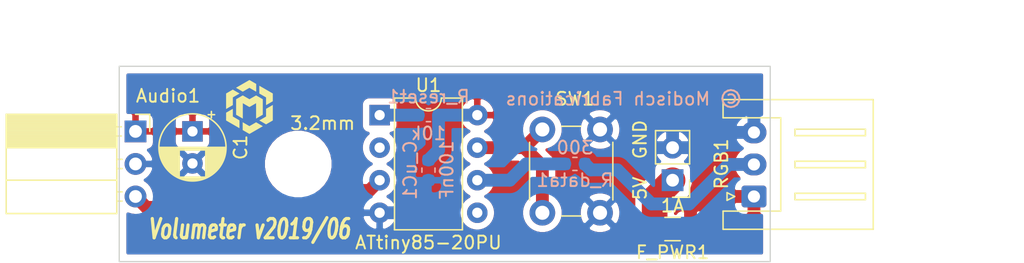
<source format=kicad_pcb>
(kicad_pcb (version 20171130) (host pcbnew "(5.1.0)-1")

  (general
    (thickness 1.6)
    (drawings 8)
    (tracks 27)
    (zones 0)
    (modules 12)
    (nets 9)
  )

  (page A4)
  (layers
    (0 F.Cu signal)
    (31 B.Cu signal)
    (32 B.Adhes user)
    (33 F.Adhes user)
    (34 B.Paste user)
    (35 F.Paste user)
    (36 B.SilkS user)
    (37 F.SilkS user)
    (38 B.Mask user)
    (39 F.Mask user)
    (40 Dwgs.User user)
    (41 Cmts.User user)
    (42 Eco1.User user)
    (43 Eco2.User user)
    (44 Edge.Cuts user)
    (45 Margin user)
    (46 B.CrtYd user)
    (47 F.CrtYd user)
    (48 B.Fab user)
    (49 F.Fab user)
  )

  (setup
    (last_trace_width 1)
    (user_trace_width 0.5)
    (user_trace_width 1)
    (user_trace_width 2)
    (trace_clearance 0.5)
    (zone_clearance 0.508)
    (zone_45_only yes)
    (trace_min 0.25)
    (via_size 0.8)
    (via_drill 0.4)
    (via_min_size 0.6)
    (via_min_drill 0.3)
    (uvia_size 0.3)
    (uvia_drill 0.1)
    (uvias_allowed no)
    (uvia_min_size 0.2)
    (uvia_min_drill 0.1)
    (edge_width 0.05)
    (segment_width 0.2)
    (pcb_text_width 0.3)
    (pcb_text_size 1.5 1.5)
    (mod_edge_width 0.12)
    (mod_text_size 1 1)
    (mod_text_width 0.15)
    (pad_size 1.25 1.75)
    (pad_drill 0)
    (pad_to_mask_clearance 0.051)
    (solder_mask_min_width 0.25)
    (aux_axis_origin 0 0)
    (visible_elements 7FFFFFFF)
    (pcbplotparams
      (layerselection 0x010fc_ffffffff)
      (usegerberextensions false)
      (usegerberattributes false)
      (usegerberadvancedattributes false)
      (creategerberjobfile false)
      (excludeedgelayer true)
      (linewidth 0.100000)
      (plotframeref false)
      (viasonmask false)
      (mode 1)
      (useauxorigin false)
      (hpglpennumber 1)
      (hpglpenspeed 20)
      (hpglpendiameter 15.000000)
      (psnegative false)
      (psa4output false)
      (plotreference true)
      (plotvalue true)
      (plotinvisibletext false)
      (padsonsilk false)
      (subtractmaskfromsilk false)
      (outputformat 1)
      (mirror false)
      (drillshape 0)
      (scaleselection 1)
      (outputdirectory "Gerber/"))
  )

  (net 0 "")
  (net 1 GND)
  (net 2 +5V)
  (net 3 /r_data)
  (net 4 /data)
  (net 5 /reset)
  (net 6 /bt_inv)
  (net 7 /unfused_5V)
  (net 8 /audio)

  (net_class Default "This is the default net class."
    (clearance 0.5)
    (trace_width 1)
    (via_dia 0.8)
    (via_drill 0.4)
    (uvia_dia 0.3)
    (uvia_drill 0.1)
    (diff_pair_width 0.5)
    (diff_pair_gap 0.25)
    (add_net /audio)
    (add_net /bt_inv)
    (add_net /data)
    (add_net /r_data)
    (add_net /reset)
  )

  (net_class Power ""
    (clearance 0.5)
    (trace_width 2)
    (via_dia 1)
    (via_drill 0.4)
    (uvia_dia 0.3)
    (uvia_drill 0.1)
    (diff_pair_width 0.5)
    (diff_pair_gap 0.25)
    (add_net +5V)
    (add_net /unfused_5V)
    (add_net GND)
  )

  (module Capacitor_THT:CP_Radial_D5.0mm_P2.50mm (layer F.Cu) (tedit 5AE50EF0) (tstamp 5CFEF7E0)
    (at 28.575 29.21 270)
    (descr "CP, Radial series, Radial, pin pitch=2.50mm, , diameter=5mm, Electrolytic Capacitor")
    (tags "CP Radial series Radial pin pitch 2.50mm  diameter 5mm Electrolytic Capacitor")
    (path /5C9F146E)
    (fp_text reference C1 (at 1.25 -3.75 270) (layer F.SilkS)
      (effects (font (size 1 1) (thickness 0.15)))
    )
    (fp_text value 100uF (at 1.25 3.75 270) (layer F.Fab)
      (effects (font (size 1 1) (thickness 0.15)))
    )
    (fp_text user %R (at 1.25 0 270) (layer F.Fab)
      (effects (font (size 1 1) (thickness 0.15)))
    )
    (fp_line (start -1.304775 -1.725) (end -1.304775 -1.225) (layer F.SilkS) (width 0.12))
    (fp_line (start -1.554775 -1.475) (end -1.054775 -1.475) (layer F.SilkS) (width 0.12))
    (fp_line (start 3.851 -0.284) (end 3.851 0.284) (layer F.SilkS) (width 0.12))
    (fp_line (start 3.811 -0.518) (end 3.811 0.518) (layer F.SilkS) (width 0.12))
    (fp_line (start 3.771 -0.677) (end 3.771 0.677) (layer F.SilkS) (width 0.12))
    (fp_line (start 3.731 -0.805) (end 3.731 0.805) (layer F.SilkS) (width 0.12))
    (fp_line (start 3.691 -0.915) (end 3.691 0.915) (layer F.SilkS) (width 0.12))
    (fp_line (start 3.651 -1.011) (end 3.651 1.011) (layer F.SilkS) (width 0.12))
    (fp_line (start 3.611 -1.098) (end 3.611 1.098) (layer F.SilkS) (width 0.12))
    (fp_line (start 3.571 -1.178) (end 3.571 1.178) (layer F.SilkS) (width 0.12))
    (fp_line (start 3.531 1.04) (end 3.531 1.251) (layer F.SilkS) (width 0.12))
    (fp_line (start 3.531 -1.251) (end 3.531 -1.04) (layer F.SilkS) (width 0.12))
    (fp_line (start 3.491 1.04) (end 3.491 1.319) (layer F.SilkS) (width 0.12))
    (fp_line (start 3.491 -1.319) (end 3.491 -1.04) (layer F.SilkS) (width 0.12))
    (fp_line (start 3.451 1.04) (end 3.451 1.383) (layer F.SilkS) (width 0.12))
    (fp_line (start 3.451 -1.383) (end 3.451 -1.04) (layer F.SilkS) (width 0.12))
    (fp_line (start 3.411 1.04) (end 3.411 1.443) (layer F.SilkS) (width 0.12))
    (fp_line (start 3.411 -1.443) (end 3.411 -1.04) (layer F.SilkS) (width 0.12))
    (fp_line (start 3.371 1.04) (end 3.371 1.5) (layer F.SilkS) (width 0.12))
    (fp_line (start 3.371 -1.5) (end 3.371 -1.04) (layer F.SilkS) (width 0.12))
    (fp_line (start 3.331 1.04) (end 3.331 1.554) (layer F.SilkS) (width 0.12))
    (fp_line (start 3.331 -1.554) (end 3.331 -1.04) (layer F.SilkS) (width 0.12))
    (fp_line (start 3.291 1.04) (end 3.291 1.605) (layer F.SilkS) (width 0.12))
    (fp_line (start 3.291 -1.605) (end 3.291 -1.04) (layer F.SilkS) (width 0.12))
    (fp_line (start 3.251 1.04) (end 3.251 1.653) (layer F.SilkS) (width 0.12))
    (fp_line (start 3.251 -1.653) (end 3.251 -1.04) (layer F.SilkS) (width 0.12))
    (fp_line (start 3.211 1.04) (end 3.211 1.699) (layer F.SilkS) (width 0.12))
    (fp_line (start 3.211 -1.699) (end 3.211 -1.04) (layer F.SilkS) (width 0.12))
    (fp_line (start 3.171 1.04) (end 3.171 1.743) (layer F.SilkS) (width 0.12))
    (fp_line (start 3.171 -1.743) (end 3.171 -1.04) (layer F.SilkS) (width 0.12))
    (fp_line (start 3.131 1.04) (end 3.131 1.785) (layer F.SilkS) (width 0.12))
    (fp_line (start 3.131 -1.785) (end 3.131 -1.04) (layer F.SilkS) (width 0.12))
    (fp_line (start 3.091 1.04) (end 3.091 1.826) (layer F.SilkS) (width 0.12))
    (fp_line (start 3.091 -1.826) (end 3.091 -1.04) (layer F.SilkS) (width 0.12))
    (fp_line (start 3.051 1.04) (end 3.051 1.864) (layer F.SilkS) (width 0.12))
    (fp_line (start 3.051 -1.864) (end 3.051 -1.04) (layer F.SilkS) (width 0.12))
    (fp_line (start 3.011 1.04) (end 3.011 1.901) (layer F.SilkS) (width 0.12))
    (fp_line (start 3.011 -1.901) (end 3.011 -1.04) (layer F.SilkS) (width 0.12))
    (fp_line (start 2.971 1.04) (end 2.971 1.937) (layer F.SilkS) (width 0.12))
    (fp_line (start 2.971 -1.937) (end 2.971 -1.04) (layer F.SilkS) (width 0.12))
    (fp_line (start 2.931 1.04) (end 2.931 1.971) (layer F.SilkS) (width 0.12))
    (fp_line (start 2.931 -1.971) (end 2.931 -1.04) (layer F.SilkS) (width 0.12))
    (fp_line (start 2.891 1.04) (end 2.891 2.004) (layer F.SilkS) (width 0.12))
    (fp_line (start 2.891 -2.004) (end 2.891 -1.04) (layer F.SilkS) (width 0.12))
    (fp_line (start 2.851 1.04) (end 2.851 2.035) (layer F.SilkS) (width 0.12))
    (fp_line (start 2.851 -2.035) (end 2.851 -1.04) (layer F.SilkS) (width 0.12))
    (fp_line (start 2.811 1.04) (end 2.811 2.065) (layer F.SilkS) (width 0.12))
    (fp_line (start 2.811 -2.065) (end 2.811 -1.04) (layer F.SilkS) (width 0.12))
    (fp_line (start 2.771 1.04) (end 2.771 2.095) (layer F.SilkS) (width 0.12))
    (fp_line (start 2.771 -2.095) (end 2.771 -1.04) (layer F.SilkS) (width 0.12))
    (fp_line (start 2.731 1.04) (end 2.731 2.122) (layer F.SilkS) (width 0.12))
    (fp_line (start 2.731 -2.122) (end 2.731 -1.04) (layer F.SilkS) (width 0.12))
    (fp_line (start 2.691 1.04) (end 2.691 2.149) (layer F.SilkS) (width 0.12))
    (fp_line (start 2.691 -2.149) (end 2.691 -1.04) (layer F.SilkS) (width 0.12))
    (fp_line (start 2.651 1.04) (end 2.651 2.175) (layer F.SilkS) (width 0.12))
    (fp_line (start 2.651 -2.175) (end 2.651 -1.04) (layer F.SilkS) (width 0.12))
    (fp_line (start 2.611 1.04) (end 2.611 2.2) (layer F.SilkS) (width 0.12))
    (fp_line (start 2.611 -2.2) (end 2.611 -1.04) (layer F.SilkS) (width 0.12))
    (fp_line (start 2.571 1.04) (end 2.571 2.224) (layer F.SilkS) (width 0.12))
    (fp_line (start 2.571 -2.224) (end 2.571 -1.04) (layer F.SilkS) (width 0.12))
    (fp_line (start 2.531 1.04) (end 2.531 2.247) (layer F.SilkS) (width 0.12))
    (fp_line (start 2.531 -2.247) (end 2.531 -1.04) (layer F.SilkS) (width 0.12))
    (fp_line (start 2.491 1.04) (end 2.491 2.268) (layer F.SilkS) (width 0.12))
    (fp_line (start 2.491 -2.268) (end 2.491 -1.04) (layer F.SilkS) (width 0.12))
    (fp_line (start 2.451 1.04) (end 2.451 2.29) (layer F.SilkS) (width 0.12))
    (fp_line (start 2.451 -2.29) (end 2.451 -1.04) (layer F.SilkS) (width 0.12))
    (fp_line (start 2.411 1.04) (end 2.411 2.31) (layer F.SilkS) (width 0.12))
    (fp_line (start 2.411 -2.31) (end 2.411 -1.04) (layer F.SilkS) (width 0.12))
    (fp_line (start 2.371 1.04) (end 2.371 2.329) (layer F.SilkS) (width 0.12))
    (fp_line (start 2.371 -2.329) (end 2.371 -1.04) (layer F.SilkS) (width 0.12))
    (fp_line (start 2.331 1.04) (end 2.331 2.348) (layer F.SilkS) (width 0.12))
    (fp_line (start 2.331 -2.348) (end 2.331 -1.04) (layer F.SilkS) (width 0.12))
    (fp_line (start 2.291 1.04) (end 2.291 2.365) (layer F.SilkS) (width 0.12))
    (fp_line (start 2.291 -2.365) (end 2.291 -1.04) (layer F.SilkS) (width 0.12))
    (fp_line (start 2.251 1.04) (end 2.251 2.382) (layer F.SilkS) (width 0.12))
    (fp_line (start 2.251 -2.382) (end 2.251 -1.04) (layer F.SilkS) (width 0.12))
    (fp_line (start 2.211 1.04) (end 2.211 2.398) (layer F.SilkS) (width 0.12))
    (fp_line (start 2.211 -2.398) (end 2.211 -1.04) (layer F.SilkS) (width 0.12))
    (fp_line (start 2.171 1.04) (end 2.171 2.414) (layer F.SilkS) (width 0.12))
    (fp_line (start 2.171 -2.414) (end 2.171 -1.04) (layer F.SilkS) (width 0.12))
    (fp_line (start 2.131 1.04) (end 2.131 2.428) (layer F.SilkS) (width 0.12))
    (fp_line (start 2.131 -2.428) (end 2.131 -1.04) (layer F.SilkS) (width 0.12))
    (fp_line (start 2.091 1.04) (end 2.091 2.442) (layer F.SilkS) (width 0.12))
    (fp_line (start 2.091 -2.442) (end 2.091 -1.04) (layer F.SilkS) (width 0.12))
    (fp_line (start 2.051 1.04) (end 2.051 2.455) (layer F.SilkS) (width 0.12))
    (fp_line (start 2.051 -2.455) (end 2.051 -1.04) (layer F.SilkS) (width 0.12))
    (fp_line (start 2.011 1.04) (end 2.011 2.468) (layer F.SilkS) (width 0.12))
    (fp_line (start 2.011 -2.468) (end 2.011 -1.04) (layer F.SilkS) (width 0.12))
    (fp_line (start 1.971 1.04) (end 1.971 2.48) (layer F.SilkS) (width 0.12))
    (fp_line (start 1.971 -2.48) (end 1.971 -1.04) (layer F.SilkS) (width 0.12))
    (fp_line (start 1.93 1.04) (end 1.93 2.491) (layer F.SilkS) (width 0.12))
    (fp_line (start 1.93 -2.491) (end 1.93 -1.04) (layer F.SilkS) (width 0.12))
    (fp_line (start 1.89 1.04) (end 1.89 2.501) (layer F.SilkS) (width 0.12))
    (fp_line (start 1.89 -2.501) (end 1.89 -1.04) (layer F.SilkS) (width 0.12))
    (fp_line (start 1.85 1.04) (end 1.85 2.511) (layer F.SilkS) (width 0.12))
    (fp_line (start 1.85 -2.511) (end 1.85 -1.04) (layer F.SilkS) (width 0.12))
    (fp_line (start 1.81 1.04) (end 1.81 2.52) (layer F.SilkS) (width 0.12))
    (fp_line (start 1.81 -2.52) (end 1.81 -1.04) (layer F.SilkS) (width 0.12))
    (fp_line (start 1.77 1.04) (end 1.77 2.528) (layer F.SilkS) (width 0.12))
    (fp_line (start 1.77 -2.528) (end 1.77 -1.04) (layer F.SilkS) (width 0.12))
    (fp_line (start 1.73 1.04) (end 1.73 2.536) (layer F.SilkS) (width 0.12))
    (fp_line (start 1.73 -2.536) (end 1.73 -1.04) (layer F.SilkS) (width 0.12))
    (fp_line (start 1.69 1.04) (end 1.69 2.543) (layer F.SilkS) (width 0.12))
    (fp_line (start 1.69 -2.543) (end 1.69 -1.04) (layer F.SilkS) (width 0.12))
    (fp_line (start 1.65 1.04) (end 1.65 2.55) (layer F.SilkS) (width 0.12))
    (fp_line (start 1.65 -2.55) (end 1.65 -1.04) (layer F.SilkS) (width 0.12))
    (fp_line (start 1.61 1.04) (end 1.61 2.556) (layer F.SilkS) (width 0.12))
    (fp_line (start 1.61 -2.556) (end 1.61 -1.04) (layer F.SilkS) (width 0.12))
    (fp_line (start 1.57 1.04) (end 1.57 2.561) (layer F.SilkS) (width 0.12))
    (fp_line (start 1.57 -2.561) (end 1.57 -1.04) (layer F.SilkS) (width 0.12))
    (fp_line (start 1.53 1.04) (end 1.53 2.565) (layer F.SilkS) (width 0.12))
    (fp_line (start 1.53 -2.565) (end 1.53 -1.04) (layer F.SilkS) (width 0.12))
    (fp_line (start 1.49 1.04) (end 1.49 2.569) (layer F.SilkS) (width 0.12))
    (fp_line (start 1.49 -2.569) (end 1.49 -1.04) (layer F.SilkS) (width 0.12))
    (fp_line (start 1.45 -2.573) (end 1.45 2.573) (layer F.SilkS) (width 0.12))
    (fp_line (start 1.41 -2.576) (end 1.41 2.576) (layer F.SilkS) (width 0.12))
    (fp_line (start 1.37 -2.578) (end 1.37 2.578) (layer F.SilkS) (width 0.12))
    (fp_line (start 1.33 -2.579) (end 1.33 2.579) (layer F.SilkS) (width 0.12))
    (fp_line (start 1.29 -2.58) (end 1.29 2.58) (layer F.SilkS) (width 0.12))
    (fp_line (start 1.25 -2.58) (end 1.25 2.58) (layer F.SilkS) (width 0.12))
    (fp_line (start -0.633605 -1.3375) (end -0.633605 -0.8375) (layer F.Fab) (width 0.1))
    (fp_line (start -0.883605 -1.0875) (end -0.383605 -1.0875) (layer F.Fab) (width 0.1))
    (fp_circle (center 1.25 0) (end 4 0) (layer F.CrtYd) (width 0.05))
    (fp_circle (center 1.25 0) (end 3.87 0) (layer F.SilkS) (width 0.12))
    (fp_circle (center 1.25 0) (end 3.75 0) (layer F.Fab) (width 0.1))
    (pad 2 thru_hole circle (at 2.5 0 270) (size 1.6 1.6) (drill 0.8) (layers *.Cu *.Mask)
      (net 1 GND))
    (pad 1 thru_hole rect (at 0 0 270) (size 1.6 1.6) (drill 0.8) (layers *.Cu *.Mask)
      (net 2 +5V))
    (model ${KISYS3DMOD}/Capacitor_THT.3dshapes/CP_Radial_D5.0mm_P2.50mm.wrl
      (at (xyz 0 0 0))
      (scale (xyz 1 1 1))
      (rotate (xyz 0 0 0))
    )
  )

  (module "MF custom:mf_logo_5mm" (layer F.Cu) (tedit 0) (tstamp 5CFF0E55)
    (at 33.02 27.305)
    (fp_text reference G*** (at 0 0) (layer F.SilkS) hide
      (effects (font (size 1.524 1.524) (thickness 0.3)))
    )
    (fp_text value LOGO (at 0.75 0) (layer F.SilkS) hide
      (effects (font (size 1.524 1.524) (thickness 0.3)))
    )
    (fp_poly (pts (xy 0.005065 -2.096288) (xy 0.013379 -2.091647) (xy 0.026415 -2.084268) (xy 0.043787 -2.074375)
      (xy 0.065106 -2.062189) (xy 0.089987 -2.047931) (xy 0.118042 -2.031824) (xy 0.148884 -2.014089)
      (xy 0.182127 -1.994948) (xy 0.217383 -1.974623) (xy 0.254266 -1.953335) (xy 0.263054 -1.948259)
      (xy 0.5207 -1.799431) (xy 0.5207 -1.499679) (xy 0.520695 -1.449297) (xy 0.520677 -1.404893)
      (xy 0.520638 -1.366096) (xy 0.520572 -1.332535) (xy 0.520471 -1.303838) (xy 0.520329 -1.279633)
      (xy 0.520139 -1.25955) (xy 0.519893 -1.243215) (xy 0.519585 -1.230259) (xy 0.519207 -1.22031)
      (xy 0.518753 -1.212995) (xy 0.518217 -1.207944) (xy 0.51759 -1.204785) (xy 0.516865 -1.203146)
      (xy 0.516037 -1.202656) (xy 0.515143 -1.20292) (xy 0.511636 -1.204913) (xy 0.503024 -1.209854)
      (xy 0.489702 -1.217516) (xy 0.472065 -1.22767) (xy 0.450508 -1.24009) (xy 0.425424 -1.254548)
      (xy 0.39721 -1.270817) (xy 0.366258 -1.288668) (xy 0.332965 -1.307875) (xy 0.297724 -1.32821)
      (xy 0.260931 -1.349446) (xy 0.256063 -1.352256) (xy 0.219186 -1.373528) (xy 0.183866 -1.39387)
      (xy 0.150493 -1.413063) (xy 0.119453 -1.430883) (xy 0.091136 -1.447109) (xy 0.065928 -1.46152)
      (xy 0.044219 -1.473892) (xy 0.026397 -1.484005) (xy 0.012849 -1.491636) (xy 0.003965 -1.496564)
      (xy 0.000131 -1.498566) (xy 0.000017 -1.4986) (xy -0.001143 -1.498157) (xy -0.00396 -1.496734)
      (xy -0.008677 -1.494192) (xy -0.015537 -1.490391) (xy -0.024783 -1.485193) (xy -0.036657 -1.478456)
      (xy -0.051404 -1.470043) (xy -0.069265 -1.459814) (xy -0.090483 -1.447629) (xy -0.115301 -1.433349)
      (xy -0.143963 -1.416834) (xy -0.176711 -1.397945) (xy -0.213787 -1.376542) (xy -0.255435 -1.352487)
      (xy -0.301898 -1.325639) (xy -0.353418 -1.295859) (xy -0.398463 -1.269817) (xy -0.423138 -1.255578)
      (xy -0.446209 -1.242319) (xy -0.467077 -1.230381) (xy -0.485138 -1.220106) (xy -0.499791 -1.211835)
      (xy -0.510433 -1.205911) (xy -0.516464 -1.202676) (xy -0.517525 -1.202184) (xy -0.522661 -1.202902)
      (xy -0.530991 -1.206361) (xy -0.538163 -1.210309) (xy -0.543576 -1.213519) (xy -0.553992 -1.219614)
      (xy -0.568914 -1.228304) (xy -0.587844 -1.239303) (xy -0.610285 -1.252323) (xy -0.635739 -1.267075)
      (xy -0.663707 -1.283272) (xy -0.693694 -1.300626) (xy -0.725201 -1.318849) (xy -0.75773 -1.337654)
      (xy -0.790784 -1.356752) (xy -0.823865 -1.375856) (xy -0.856475 -1.394678) (xy -0.888117 -1.41293)
      (xy -0.918294 -1.430324) (xy -0.946507 -1.446572) (xy -0.969276 -1.459671) (xy -0.990667 -1.472029)
      (xy -1.007068 -1.481674) (xy -1.019032 -1.488988) (xy -1.027116 -1.494352) (xy -1.031873 -1.498148)
      (xy -1.033858 -1.500758) (xy -1.033626 -1.502561) (xy -1.032776 -1.503333) (xy -1.028363 -1.506062)
      (xy -1.019373 -1.511392) (xy -1.006745 -1.518774) (xy -0.991415 -1.527662) (xy -0.974322 -1.537507)
      (xy -0.97155 -1.539098) (xy -0.951611 -1.550548) (xy -0.927982 -1.564139) (xy -0.902468 -1.57883)
      (xy -0.876878 -1.59358) (xy -0.853016 -1.60735) (xy -0.847725 -1.610406) (xy -0.818081 -1.627531)
      (xy -0.784407 -1.646982) (xy -0.747247 -1.668445) (xy -0.707145 -1.691605) (xy -0.664644 -1.71615)
      (xy -0.620287 -1.741765) (xy -0.574618 -1.768137) (xy -0.528181 -1.794952) (xy -0.481518 -1.821897)
      (xy -0.435173 -1.848656) (xy -0.38969 -1.874917) (xy -0.345611 -1.900367) (xy -0.303481 -1.92469)
      (xy -0.263842 -1.947574) (xy -0.227238 -1.968704) (xy -0.194213 -1.987767) (xy -0.165309 -2.00445)
      (xy -0.14107 -2.018438) (xy -0.130225 -2.024695) (xy -0.104103 -2.039705) (xy -0.079612 -2.053661)
      (xy -0.057309 -2.066253) (xy -0.037751 -2.077173) (xy -0.021494 -2.086111) (xy -0.009096 -2.092759)
      (xy -0.001112 -2.096808) (xy 0.001861 -2.097971) (xy 0.005065 -2.096288)) (layer F.SilkS) (width 0.01))
    (fp_poly (pts (xy 0.783375 -1.646489) (xy 0.790758 -1.642456) (xy 0.802833 -1.635693) (xy 0.819661 -1.626164)
      (xy 0.841303 -1.613835) (xy 0.867819 -1.598671) (xy 0.89927 -1.580636) (xy 0.935717 -1.559698)
      (xy 0.977219 -1.53582) (xy 1.023837 -1.508968) (xy 1.075631 -1.479107) (xy 1.132663 -1.446203)
      (xy 1.194992 -1.41022) (xy 1.262679 -1.371124) (xy 1.335785 -1.328881) (xy 1.350962 -1.320109)
      (xy 1.3639 -1.312634) (xy 1.381724 -1.302339) (xy 1.403822 -1.289578) (xy 1.42958 -1.274706)
      (xy 1.458385 -1.258076) (xy 1.489623 -1.240043) (xy 1.522681 -1.22096) (xy 1.556946 -1.201182)
      (xy 1.591805 -1.181063) (xy 1.615297 -1.167505) (xy 1.819307 -1.049769) (xy 1.817687 -0.449707)
      (xy 1.801812 -0.440357) (xy 1.797528 -0.437852) (xy 1.790306 -0.433654) (xy 1.779953 -0.427651)
      (xy 1.766278 -0.419734) (xy 1.749089 -0.409791) (xy 1.728195 -0.397713) (xy 1.703403 -0.383387)
      (xy 1.674523 -0.366703) (xy 1.641361 -0.34755) (xy 1.603728 -0.325819) (xy 1.56143 -0.301397)
      (xy 1.514277 -0.274175) (xy 1.462076 -0.244041) (xy 1.404636 -0.210885) (xy 1.38247 -0.19809)
      (xy 1.362711 -0.186722) (xy 1.344569 -0.176356) (xy 1.328828 -0.167434) (xy 1.316269 -0.160396)
      (xy 1.307674 -0.155683) (xy 1.303889 -0.15376) (xy 1.302994 -0.153735) (xy 1.302205 -0.154635)
      (xy 1.301515 -0.156832) (xy 1.300917 -0.160696) (xy 1.300405 -0.166599) (xy 1.299972 -0.174913)
      (xy 1.299611 -0.186007) (xy 1.299315 -0.200253) (xy 1.299078 -0.218022) (xy 1.298893 -0.239685)
      (xy 1.298754 -0.265614) (xy 1.298653 -0.296178) (xy 1.298584 -0.331751) (xy 1.29854 -0.372701)
      (xy 1.298515 -0.419402) (xy 1.298506 -0.451305) (xy 1.298437 -0.750888) (xy 1.038949 -0.900494)
      (xy 0.779462 -1.0501) (xy 0.778659 -1.348963) (xy 0.778568 -1.393527) (xy 0.778539 -1.435825)
      (xy 0.778567 -1.475453) (xy 0.778652 -1.512005) (xy 0.77879 -1.545078) (xy 0.778978 -1.574267)
      (xy 0.779215 -1.599168) (xy 0.779496 -1.619375) (xy 0.77982 -1.634485) (xy 0.780184 -1.644094)
      (xy 0.780585 -1.647796) (xy 0.780626 -1.647825) (xy 0.783375 -1.646489)) (layer F.SilkS) (width 0.01))
    (fp_poly (pts (xy -1.059841 -1.211969) (xy -1.023538 -1.191012) (xy -0.988446 -1.170749) (xy -0.955008 -1.151436)
      (xy -0.923662 -1.133328) (xy -0.89485 -1.116678) (xy -0.869013 -1.101742) (xy -0.846591 -1.088774)
      (xy -0.828025 -1.07803) (xy -0.813754 -1.069763) (xy -0.804221 -1.064229) (xy -0.800501 -1.062058)
      (xy -0.780265 -1.050161) (xy -0.789389 -1.044447) (xy -0.793726 -1.041865) (xy -0.803061 -1.036407)
      (xy -0.816888 -1.028363) (xy -0.834701 -1.018026) (xy -0.855995 -1.005688) (xy -0.880265 -0.99164)
      (xy -0.907006 -0.976175) (xy -0.93571 -0.959584) (xy -0.965875 -0.942159) (xy -0.996992 -0.924193)
      (xy -1.028559 -0.905976) (xy -1.060068 -0.8878) (xy -1.091015 -0.869959) (xy -1.120893 -0.852742)
      (xy -1.149199 -0.836443) (xy -1.175425 -0.821353) (xy -1.199067 -0.807765) (xy -1.21962 -0.795969)
      (xy -1.230998 -0.789449) (xy -1.298359 -0.750888) (xy -1.298575 -0.150136) (xy -1.408907 -0.086493)
      (xy -1.434755 -0.071581) (xy -1.464961 -0.05415) (xy -1.498386 -0.034858) (xy -1.533889 -0.014363)
      (xy -1.57033 0.006676) (xy -1.606569 0.027601) (xy -1.641467 0.047755) (xy -1.668184 0.063187)
      (xy -1.696262 0.079395) (xy -1.722652 0.094607) (xy -1.746849 0.108534) (xy -1.768349 0.120885)
      (xy -1.786646 0.131373) (xy -1.801237 0.139707) (xy -1.811617 0.145598) (xy -1.817281 0.148757)
      (xy -1.818203 0.149225) (xy -1.818312 0.146101) (xy -1.818419 0.136937) (xy -1.818522 0.122042)
      (xy -1.81862 0.101724) (xy -1.818714 0.076295) (xy -1.818803 0.046062) (xy -1.818885 0.011335)
      (xy -1.818962 -0.027576) (xy -1.819031 -0.070363) (xy -1.819093 -0.116715) (xy -1.819147 -0.166323)
      (xy -1.819192 -0.218879) (xy -1.819228 -0.274072) (xy -1.819254 -0.331593) (xy -1.81927 -0.391133)
      (xy -1.819275 -0.450191) (xy -1.819276 -1.049607) (xy -1.581944 -1.186572) (xy -1.5457 -1.20749)
      (xy -1.510612 -1.227741) (xy -1.47713 -1.247066) (xy -1.445703 -1.265206) (xy -1.416778 -1.281903)
      (xy -1.390806 -1.296896) (xy -1.368234 -1.309928) (xy -1.349512 -1.320738) (xy -1.335088 -1.329068)
      (xy -1.325411 -1.33466) (xy -1.321778 -1.336761) (xy -1.298943 -1.349984) (xy -1.059841 -1.211969)) (layer F.SilkS) (width 0.01))
    (fp_poly (pts (xy 0.522774 -0.896983) (xy 0.530756 -0.892534) (xy 0.5433 -0.885449) (xy 0.559934 -0.875998)
      (xy 0.58019 -0.864451) (xy 0.603599 -0.851076) (xy 0.629691 -0.836144) (xy 0.657997 -0.819925)
      (xy 0.688048 -0.802689) (xy 0.719375 -0.784704) (xy 0.751508 -0.766242) (xy 0.783978 -0.74757)
      (xy 0.816315 -0.728961) (xy 0.848052 -0.710682) (xy 0.878717 -0.693004) (xy 0.907843 -0.676197)
      (xy 0.934959 -0.66053) (xy 0.959597 -0.646273) (xy 0.981286 -0.633696) (xy 0.999559 -0.623069)
      (xy 1.013946 -0.614661) (xy 1.023977 -0.608742) (xy 1.024739 -0.608287) (xy 1.038241 -0.600222)
      (xy 1.037439 0.000627) (xy 1.036637 0.601475) (xy 0.90805 0.675781) (xy 0.875288 0.694712)
      (xy 0.838598 0.71591) (xy 0.799548 0.73847) (xy 0.759707 0.761485) (xy 0.720644 0.784049)
      (xy 0.683928 0.805255) (xy 0.651127 0.824198) (xy 0.650875 0.824344) (xy 0.522287 0.898601)
      (xy 0.521485 0.300075) (xy 0.521394 0.238927) (xy 0.521286 0.179499) (xy 0.521165 0.122101)
      (xy 0.52103 0.067044) (xy 0.520883 0.014636) (xy 0.520725 -0.034813) (xy 0.520559 -0.080994)
      (xy 0.520385 -0.123596) (xy 0.520204 -0.16231) (xy 0.520018 -0.196827) (xy 0.519828 -0.226836)
      (xy 0.519636 -0.25203) (xy 0.519443 -0.272096) (xy 0.51925 -0.286727) (xy 0.519059 -0.295613)
      (xy 0.51888 -0.29845) (xy 0.51593 -0.296898) (xy 0.507867 -0.292386) (xy 0.495073 -0.285135)
      (xy 0.47793 -0.275364) (xy 0.456822 -0.263293) (xy 0.432132 -0.249142) (xy 0.404242 -0.233129)
      (xy 0.373537 -0.215475) (xy 0.340398 -0.196398) (xy 0.305209 -0.17612) (xy 0.268352 -0.154858)
      (xy 0.258586 -0.149221) (xy 0.000096 0.000008) (xy -0.100758 -0.058259) (xy -0.123954 -0.07166)
      (xy -0.151627 -0.087647) (xy -0.182753 -0.105629) (xy -0.216312 -0.125016) (xy -0.251281 -0.145218)
      (xy -0.286637 -0.165643) (xy -0.32136 -0.185702) (xy -0.354426 -0.204804) (xy -0.356697 -0.206117)
      (xy -0.385486 -0.222733) (xy -0.412696 -0.238409) (xy -0.437819 -0.252854) (xy -0.460345 -0.265776)
      (xy -0.479767 -0.276886) (xy -0.495576 -0.28589) (xy -0.507263 -0.2925) (xy -0.51432 -0.296423)
      (xy -0.516233 -0.297415) (xy -0.51678 -0.296937) (xy -0.517284 -0.294895) (xy -0.517746 -0.291041)
      (xy -0.518171 -0.285121) (xy -0.518558 -0.276886) (xy -0.518911 -0.266083) (xy -0.519232 -0.252462)
      (xy -0.519523 -0.235771) (xy -0.519786 -0.215759) (xy -0.520023 -0.192175) (xy -0.520238 -0.164767)
      (xy -0.520431 -0.133284) (xy -0.520605 -0.097476) (xy -0.520762 -0.05709) (xy -0.520905 -0.011876)
      (xy -0.521036 0.038418) (xy -0.521157 0.094044) (xy -0.52127 0.155251) (xy -0.521377 0.222292)
      (xy -0.52148 0.295417) (xy -0.521486 0.299676) (xy -0.522288 0.898475) (xy -0.709613 0.790257)
      (xy -0.7436 0.770622) (xy -0.777794 0.750866) (xy -0.811496 0.731393) (xy -0.844011 0.712605)
      (xy -0.874642 0.694904) (xy -0.90269 0.678695) (xy -0.92746 0.664378) (xy -0.948254 0.652358)
      (xy -0.964375 0.643037) (xy -0.966788 0.641641) (xy -1.036638 0.601244) (xy -1.036638 -0.601219)
      (xy -0.969963 -0.6398) (xy -0.912399 -0.6731) (xy -0.858061 -0.704517) (xy -0.807129 -0.733948)
      (xy -0.75978 -0.76129) (xy -0.716196 -0.786439) (xy -0.676556 -0.809291) (xy -0.641038 -0.829744)
      (xy -0.609822 -0.847695) (xy -0.583089 -0.863039) (xy -0.561016 -0.875675) (xy -0.543785 -0.885498)
      (xy -0.531573 -0.892404) (xy -0.524561 -0.896292) (xy -0.522893 -0.897145) (xy -0.518361 -0.896252)
      (xy -0.509064 -0.892278) (xy -0.495614 -0.885526) (xy -0.478622 -0.876295) (xy -0.466134 -0.869204)
      (xy -0.454763 -0.862649) (xy -0.43847 -0.85325) (xy -0.417833 -0.841343) (xy -0.39343 -0.82726)
      (xy -0.365837 -0.811334) (xy -0.335632 -0.793899) (xy -0.303393 -0.775288) (xy -0.269697 -0.755835)
      (xy -0.235122 -0.735871) (xy -0.207112 -0.719698) (xy 0.000114 -0.600036) (xy 0.258661 -0.749281)
      (xy 0.295909 -0.770767) (xy 0.331604 -0.791326) (xy 0.365362 -0.810739) (xy 0.396798 -0.828786)
      (xy 0.425528 -0.845248) (xy 0.451167 -0.859905) (xy 0.47333 -0.872537) (xy 0.491634 -0.882924)
      (xy 0.505693 -0.890847) (xy 0.515124 -0.896086) (xy 0.519542 -0.898421) (xy 0.519821 -0.898525)
      (xy 0.522774 -0.896983)) (layer F.SilkS) (width 0.01))
    (fp_poly (pts (xy 1.819275 1.049767) (xy 1.562554 1.197908) (xy 1.525388 1.219345) (xy 1.489742 1.239883)
      (xy 1.456007 1.259301) (xy 1.424572 1.277373) (xy 1.395827 1.293878) (xy 1.370161 1.308591)
      (xy 1.347964 1.32129) (xy 1.329627 1.33175) (xy 1.315537 1.33975) (xy 1.306086 1.345065)
      (xy 1.301662 1.347472) (xy 1.301411 1.347586) (xy 1.297561 1.346467) (xy 1.289038 1.342517)
      (xy 1.276624 1.336148) (xy 1.261106 1.327773) (xy 1.243267 1.317803) (xy 1.227137 1.308542)
      (xy 1.210774 1.299049) (xy 1.189724 1.286856) (xy 1.164802 1.272436) (xy 1.136821 1.256257)
      (xy 1.106597 1.238792) (xy 1.074944 1.220512) (xy 1.042678 1.201886) (xy 1.010612 1.183387)
      (xy 0.998537 1.176423) (xy 0.958681 1.153439) (xy 0.923977 1.133418) (xy 0.894074 1.116154)
      (xy 0.86862 1.101442) (xy 0.847265 1.089076) (xy 0.829657 1.07885) (xy 0.815446 1.070558)
      (xy 0.804279 1.063994) (xy 0.795807 1.058954) (xy 0.789678 1.05523) (xy 0.785541 1.052618)
      (xy 0.783045 1.050911) (xy 0.781839 1.049904) (xy 0.781571 1.049391) (xy 0.781627 1.049297)
      (xy 0.784465 1.04759) (xy 0.792321 1.042991) (xy 0.804712 1.035778) (xy 0.821153 1.02623)
      (xy 0.841163 1.014628) (xy 0.864257 1.00125) (xy 0.889952 0.986375) (xy 0.917766 0.970284)
      (xy 0.947215 0.953254) (xy 0.977815 0.935566) (xy 1.009084 0.917498) (xy 1.040538 0.89933)
      (xy 1.071693 0.881342) (xy 1.102068 0.863812) (xy 1.131178 0.847019) (xy 1.15854 0.831244)
      (xy 1.183671 0.816765) (xy 1.206087 0.803862) (xy 1.225306 0.792814) (xy 1.240844 0.783899)
      (xy 1.24218 0.783135) (xy 1.298498 0.750887) (xy 1.298536 0.450137) (xy 1.298575 0.149388)
      (xy 1.307864 0.144584) (xy 1.312163 0.142197) (xy 1.321474 0.13691) (xy 1.335316 0.128999)
      (xy 1.353205 0.118743) (xy 1.374656 0.10642) (xy 1.399188 0.092307) (xy 1.426315 0.076681)
      (xy 1.455555 0.059822) (xy 1.486424 0.042007) (xy 1.499158 0.034653) (xy 1.532435 0.015432)
      (xy 1.565731 -0.0038) (xy 1.598365 -0.022648) (xy 1.629654 -0.04072) (xy 1.658916 -0.05762)
      (xy 1.685468 -0.072956) (xy 1.70863 -0.086332) (xy 1.727717 -0.097356) (xy 1.74205 -0.105632)
      (xy 1.743075 -0.106224) (xy 1.761388 -0.116782) (xy 1.7782 -0.126443) (xy 1.792612 -0.134692)
      (xy 1.803725 -0.141017) (xy 1.810641 -0.144902) (xy 1.812131 -0.145711) (xy 1.819275 -0.149449)
      (xy 1.819275 1.049767)) (layer F.SilkS) (width 0.01))
    (fp_poly (pts (xy -1.302173 0.154683) (xy -1.301488 0.156957) (xy -1.300895 0.160928) (xy -1.300386 0.166967)
      (xy -1.299955 0.175444) (xy -1.299595 0.18673) (xy -1.2993 0.201196) (xy -1.299062 0.219211)
      (xy -1.298876 0.241148) (xy -1.298733 0.267376) (xy -1.298629 0.298266) (xy -1.298555 0.334189)
      (xy -1.298506 0.375516) (xy -1.298474 0.422616) (xy -1.298461 0.451304) (xy -1.298347 0.750887)
      (xy -1.153205 0.834355) (xy -1.120267 0.853303) (xy -1.084768 0.873737) (xy -1.047918 0.894958)
      (xy -1.010928 0.91627) (xy -0.975009 0.936975) (xy -0.941371 0.956374) (xy -0.911226 0.97377)
      (xy -0.893763 0.983854) (xy -0.779463 1.049886) (xy -0.779463 1.347797) (xy -0.779494 1.405002)
      (xy -0.779588 1.455934) (xy -0.779745 1.50067) (xy -0.779967 1.539286) (xy -0.780255 1.571859)
      (xy -0.780608 1.598466) (xy -0.781028 1.619184) (xy -0.781516 1.634088) (xy -0.782073 1.643257)
      (xy -0.7827 1.646766) (xy -0.782757 1.646806) (xy -0.78784 1.645964) (xy -0.789107 1.645038)
      (xy -0.792325 1.642992) (xy -0.800576 1.638056) (xy -0.81339 1.630504) (xy -0.830296 1.620611)
      (xy -0.850821 1.608651) (xy -0.874495 1.594899) (xy -0.900847 1.57963) (xy -0.929405 1.563117)
      (xy -0.959697 1.545636) (xy -0.968375 1.540634) (xy -1.005157 1.519436) (xy -1.045134 1.496389)
      (xy -1.087124 1.472177) (xy -1.129945 1.44748) (xy -1.172415 1.422981) (xy -1.213351 1.399362)
      (xy -1.251571 1.377304) (xy -1.285894 1.35749) (xy -1.296988 1.351083) (xy -1.328752 1.332741)
      (xy -1.364906 1.311866) (xy -1.404343 1.289098) (xy -1.445953 1.265078) (xy -1.488626 1.240445)
      (xy -1.531254 1.21584) (xy -1.572728 1.191903) (xy -1.611938 1.169275) (xy -1.634348 1.156344)
      (xy -1.819308 1.049616) (xy -1.817688 0.449558) (xy -1.751013 0.411047) (xy -1.736435 0.402626)
      (xy -1.717041 0.391424) (xy -1.693516 0.377834) (xy -1.666541 0.362252) (xy -1.636802 0.345072)
      (xy -1.604979 0.326689) (xy -1.571758 0.307497) (xy -1.537821 0.287891) (xy -1.50385 0.268267)
      (xy -1.496724 0.26415) (xy -1.464994 0.245833) (xy -1.434799 0.228432) (xy -1.406602 0.212209)
      (xy -1.380864 0.197431) (xy -1.358049 0.18436) (xy -1.338617 0.173263) (xy -1.32303 0.164402)
      (xy -1.311752 0.158043) (xy -1.305243 0.154451) (xy -1.303843 0.153741) (xy -1.302956 0.153734)
      (xy -1.302173 0.154683)) (layer F.SilkS) (width 0.01))
    (fp_poly (pts (xy -0.513557 1.203697) (xy -0.509307 1.206075) (xy -0.50019 1.211272) (xy -0.486835 1.218925)
      (xy -0.469871 1.228674) (xy -0.449929 1.240156) (xy -0.427636 1.25301) (xy -0.403622 1.266874)
      (xy -0.395288 1.27169) (xy -0.340271 1.303483) (xy -0.290495 1.332242) (xy -0.245709 1.358112)
      (xy -0.205657 1.381238) (xy -0.170086 1.401766) (xy -0.138742 1.419843) (xy -0.111371 1.435613)
      (xy -0.08772 1.449222) (xy -0.067534 1.460816) (xy -0.050561 1.470541) (xy -0.036546 1.478542)
      (xy -0.025235 1.484966) (xy -0.016374 1.489957) (xy -0.00971 1.493661) (xy -0.00499 1.496225)
      (xy -0.001958 1.497794) (xy -0.000362 1.498513) (xy -0.000017 1.4986) (xy 0.003032 1.497047)
      (xy 0.011194 1.492534) (xy 0.024084 1.485282) (xy 0.041319 1.47551) (xy 0.062514 1.463438)
      (xy 0.087285 1.449284) (xy 0.115248 1.433269) (xy 0.146019 1.415612) (xy 0.179213 1.396533)
      (xy 0.214447 1.376251) (xy 0.251336 1.354987) (xy 0.261139 1.34933) (xy 0.519808 1.200061)
      (xy 0.732185 1.322686) (xy 0.767285 1.34295) (xy 0.801829 1.362891) (xy 0.835266 1.382188)
      (xy 0.867043 1.400525) (xy 0.89661 1.417583) (xy 0.923414 1.433043) (xy 0.946903 1.446587)
      (xy 0.966526 1.457897) (xy 0.981729 1.466653) (xy 0.991633 1.47235) (xy 1.00686 1.481303)
      (xy 1.019728 1.489268) (xy 1.029402 1.495693) (xy 1.035045 1.500028) (xy 1.036083 1.501634)
      (xy 1.032556 1.503906) (xy 1.024504 1.508734) (xy 1.012922 1.515532) (xy 0.998804 1.523716)
      (xy 0.989012 1.529344) (xy 0.978814 1.5352) (xy 0.96318 1.544195) (xy 0.942173 1.556295)
      (xy 0.915856 1.571461) (xy 0.884293 1.589659) (xy 0.847545 1.610851) (xy 0.805676 1.635003)
      (xy 0.758748 1.662076) (xy 0.706825 1.692035) (xy 0.649969 1.724844) (xy 0.588244 1.760466)
      (xy 0.521712 1.798866) (xy 0.450435 1.840006) (xy 0.374478 1.883851) (xy 0.293902 1.930364)
      (xy 0.208771 1.97951) (xy 0.184534 1.993502) (xy 0.153338 2.011476) (xy 0.123723 2.028471)
      (xy 0.096152 2.044225) (xy 0.071089 2.058476) (xy 0.048997 2.070963) (xy 0.03034 2.081425)
      (xy 0.015579 2.0896) (xy 0.00518 2.095226) (xy -0.000396 2.098043) (xy -0.001203 2.098325)
      (xy -0.004585 2.096705) (xy -0.012903 2.092197) (xy -0.02561 2.085112) (xy -0.042157 2.075761)
      (xy -0.061995 2.064456) (xy -0.084576 2.051508) (xy -0.109352 2.037228) (xy -0.135775 2.021927)
      (xy -0.136803 2.021331) (xy -0.169558 2.002329) (xy -0.20593 1.981248) (xy -0.244437 1.958944)
      (xy -0.283602 1.936275) (xy -0.321943 1.914097) (xy -0.357981 1.893265) (xy -0.390238 1.874637)
      (xy -0.394772 1.87202) (xy -0.5207 1.799353) (xy -0.5207 1.199926) (xy -0.513557 1.203697)) (layer F.SilkS) (width 0.01))
  )

  (module Connector_JST:JST_XH_S3B-XH-A_1x03_P2.50mm_Horizontal (layer F.Cu) (tedit 5CFE7D74) (tstamp 5CFEF5BC)
    (at 72.39 34.29 90)
    (descr "JST XH series connector, S3B-XH-A (http://www.jst-mfg.com/product/pdf/eng/eXH.pdf), generated with kicad-footprint-generator")
    (tags "connector JST XH horizontal")
    (path /5CA00BE5)
    (fp_text reference RGB1 (at 2.54 -2.54 90) (layer F.SilkS)
      (effects (font (size 1 1) (thickness 0.15)))
    )
    (fp_text value Conn_01x03 (at 2.5 10.4 90) (layer F.Fab)
      (effects (font (size 1 1) (thickness 0.15)))
    )
    (fp_text user %R (at 2.5 3.45 90) (layer F.Fab)
      (effects (font (size 1 1) (thickness 0.15)))
    )
    (fp_line (start 0 1.2) (end 0.625 2.2) (layer F.Fab) (width 0.1))
    (fp_line (start -0.625 2.2) (end 0 1.2) (layer F.Fab) (width 0.1))
    (fp_line (start 0.3 -2.1) (end 0 -1.5) (layer F.SilkS) (width 0.12))
    (fp_line (start -0.3 -2.1) (end 0.3 -2.1) (layer F.SilkS) (width 0.12))
    (fp_line (start 0 -1.5) (end -0.3 -2.1) (layer F.SilkS) (width 0.12))
    (fp_line (start 5.25 3.2) (end 4.75 3.2) (layer F.SilkS) (width 0.12))
    (fp_line (start 5.25 8.7) (end 5.25 3.2) (layer F.SilkS) (width 0.12))
    (fp_line (start 4.75 8.7) (end 5.25 8.7) (layer F.SilkS) (width 0.12))
    (fp_line (start 4.75 3.2) (end 4.75 8.7) (layer F.SilkS) (width 0.12))
    (fp_line (start 2.75 3.2) (end 2.25 3.2) (layer F.SilkS) (width 0.12))
    (fp_line (start 2.75 8.7) (end 2.75 3.2) (layer F.SilkS) (width 0.12))
    (fp_line (start 2.25 8.7) (end 2.75 8.7) (layer F.SilkS) (width 0.12))
    (fp_line (start 2.25 3.2) (end 2.25 8.7) (layer F.SilkS) (width 0.12))
    (fp_line (start 0.25 3.2) (end -0.25 3.2) (layer F.SilkS) (width 0.12))
    (fp_line (start 0.25 8.7) (end 0.25 3.2) (layer F.SilkS) (width 0.12))
    (fp_line (start -0.25 8.7) (end 0.25 8.7) (layer F.SilkS) (width 0.12))
    (fp_line (start -0.25 3.2) (end -0.25 8.7) (layer F.SilkS) (width 0.12))
    (fp_line (start 6.25 2.2) (end 2.5 2.2) (layer F.Fab) (width 0.1))
    (fp_line (start 6.25 -2.3) (end 6.25 2.2) (layer F.Fab) (width 0.1))
    (fp_line (start 7.45 -2.3) (end 6.25 -2.3) (layer F.Fab) (width 0.1))
    (fp_line (start 7.45 9.2) (end 7.45 -2.3) (layer F.Fab) (width 0.1))
    (fp_line (start 2.5 9.2) (end 7.45 9.2) (layer F.Fab) (width 0.1))
    (fp_line (start -1.25 2.2) (end 2.5 2.2) (layer F.Fab) (width 0.1))
    (fp_line (start -1.25 -2.3) (end -1.25 2.2) (layer F.Fab) (width 0.1))
    (fp_line (start -2.45 -2.3) (end -1.25 -2.3) (layer F.Fab) (width 0.1))
    (fp_line (start -2.45 9.2) (end -2.45 -2.3) (layer F.Fab) (width 0.1))
    (fp_line (start 2.5 9.2) (end -2.45 9.2) (layer F.Fab) (width 0.1))
    (fp_line (start 6.14 2.09) (end 2.5 2.09) (layer F.SilkS) (width 0.12))
    (fp_line (start 6.14 -2.41) (end 6.14 2.09) (layer F.SilkS) (width 0.12))
    (fp_line (start 7.56 -2.41) (end 6.14 -2.41) (layer F.SilkS) (width 0.12))
    (fp_line (start 7.56 9.31) (end 7.56 -2.41) (layer F.SilkS) (width 0.12))
    (fp_line (start 2.5 9.31) (end 7.56 9.31) (layer F.SilkS) (width 0.12))
    (fp_line (start -1.14 2.09) (end 2.5 2.09) (layer F.SilkS) (width 0.12))
    (fp_line (start -1.14 -2.41) (end -1.14 2.09) (layer F.SilkS) (width 0.12))
    (fp_line (start -2.56 -2.41) (end -1.14 -2.41) (layer F.SilkS) (width 0.12))
    (fp_line (start -2.56 9.31) (end -2.56 -2.41) (layer F.SilkS) (width 0.12))
    (fp_line (start 2.5 9.31) (end -2.56 9.31) (layer F.SilkS) (width 0.12))
    (fp_line (start 7.95 -2.8) (end -2.95 -2.8) (layer F.CrtYd) (width 0.05))
    (fp_line (start 7.95 9.7) (end 7.95 -2.8) (layer F.CrtYd) (width 0.05))
    (fp_line (start -2.95 9.7) (end 7.95 9.7) (layer F.CrtYd) (width 0.05))
    (fp_line (start -2.95 -2.8) (end -2.95 9.7) (layer F.CrtYd) (width 0.05))
    (pad 3 thru_hole oval (at 5 0 90) (size 1.7 1.95) (drill 0.95) (layers *.Cu *.Mask)
      (net 1 GND) (thermal_width 1))
    (pad 2 thru_hole oval (at 2.5 0 90) (size 1.7 1.95) (drill 0.95) (layers *.Cu *.Mask)
      (net 3 /r_data))
    (pad 1 thru_hole roundrect (at 0 0 90) (size 1.7 1.95) (drill 0.95) (layers *.Cu *.Mask) (roundrect_rratio 0.147)
      (net 2 +5V) (thermal_width 1))
    (model ${KISYS3DMOD}/Connector_JST.3dshapes/JST_XH_S3B-XH-A_1x03_P2.50mm_Horizontal.wrl
      (at (xyz 0 0 0))
      (scale (xyz 1 1 1))
      (rotate (xyz 0 0 0))
    )
  )

  (module Package_DIP:DIP-8_W7.62mm (layer F.Cu) (tedit 5A02E8C5) (tstamp 5CFEFE60)
    (at 43.18 27.94)
    (descr "8-lead though-hole mounted DIP package, row spacing 7.62 mm (300 mils)")
    (tags "THT DIP DIL PDIP 2.54mm 7.62mm 300mil")
    (path /5C9EAB30)
    (fp_text reference U1 (at 3.81 -2.33) (layer F.SilkS)
      (effects (font (size 1 1) (thickness 0.15)))
    )
    (fp_text value ATtiny85-20PU (at 3.81 9.95) (layer F.SilkS)
      (effects (font (size 1 1) (thickness 0.15)))
    )
    (fp_arc (start 3.81 -1.33) (end 2.81 -1.33) (angle -180) (layer F.SilkS) (width 0.12))
    (fp_line (start 1.635 -1.27) (end 6.985 -1.27) (layer F.Fab) (width 0.1))
    (fp_line (start 6.985 -1.27) (end 6.985 8.89) (layer F.Fab) (width 0.1))
    (fp_line (start 6.985 8.89) (end 0.635 8.89) (layer F.Fab) (width 0.1))
    (fp_line (start 0.635 8.89) (end 0.635 -0.27) (layer F.Fab) (width 0.1))
    (fp_line (start 0.635 -0.27) (end 1.635 -1.27) (layer F.Fab) (width 0.1))
    (fp_line (start 2.81 -1.33) (end 1.16 -1.33) (layer F.SilkS) (width 0.12))
    (fp_line (start 1.16 -1.33) (end 1.16 8.95) (layer F.SilkS) (width 0.12))
    (fp_line (start 1.16 8.95) (end 6.46 8.95) (layer F.SilkS) (width 0.12))
    (fp_line (start 6.46 8.95) (end 6.46 -1.33) (layer F.SilkS) (width 0.12))
    (fp_line (start 6.46 -1.33) (end 4.81 -1.33) (layer F.SilkS) (width 0.12))
    (fp_line (start -1.1 -1.55) (end -1.1 9.15) (layer F.CrtYd) (width 0.05))
    (fp_line (start -1.1 9.15) (end 8.7 9.15) (layer F.CrtYd) (width 0.05))
    (fp_line (start 8.7 9.15) (end 8.7 -1.55) (layer F.CrtYd) (width 0.05))
    (fp_line (start 8.7 -1.55) (end -1.1 -1.55) (layer F.CrtYd) (width 0.05))
    (fp_text user %R (at 3.81 3.81) (layer F.Fab)
      (effects (font (size 1 1) (thickness 0.15)))
    )
    (pad 1 thru_hole rect (at 0 0) (size 1.6 1.6) (drill 0.8) (layers *.Cu *.Mask)
      (net 5 /reset))
    (pad 5 thru_hole oval (at 7.62 7.62) (size 1.6 1.6) (drill 0.8) (layers *.Cu *.Mask))
    (pad 2 thru_hole oval (at 0 2.54) (size 1.6 1.6) (drill 0.8) (layers *.Cu *.Mask))
    (pad 6 thru_hole oval (at 7.62 5.08) (size 1.6 1.6) (drill 0.8) (layers *.Cu *.Mask)
      (net 4 /data))
    (pad 3 thru_hole oval (at 0 5.08) (size 1.6 1.6) (drill 0.8) (layers *.Cu *.Mask)
      (net 8 /audio))
    (pad 7 thru_hole oval (at 7.62 2.54) (size 1.6 1.6) (drill 0.8) (layers *.Cu *.Mask)
      (net 6 /bt_inv))
    (pad 4 thru_hole oval (at 0 7.62) (size 1.6 1.6) (drill 0.8) (layers *.Cu *.Mask)
      (net 1 GND))
    (pad 8 thru_hole oval (at 7.62 0) (size 1.6 1.6) (drill 0.8) (layers *.Cu *.Mask)
      (net 2 +5V))
    (model ${KISYS3DMOD}/Package_DIP.3dshapes/DIP-8_W7.62mm.wrl
      (at (xyz 0 0 0))
      (scale (xyz 1 1 1))
      (rotate (xyz 0 0 0))
    )
  )

  (module Button_Switch_THT:SW_PUSH_6mm_H4.3mm (layer F.Cu) (tedit 5A02FE31) (tstamp 5CFF1C3E)
    (at 55.88 35.56 90)
    (descr "tactile push button, 6x6mm e.g. PHAP33xx series, height=4.3mm")
    (tags "tact sw push 6mm")
    (path /5C9FA56B)
    (fp_text reference SW1 (at 8.89 2.54 180) (layer F.SilkS)
      (effects (font (size 1 1) (thickness 0.15)))
    )
    (fp_text value SW_Push (at 3.75 6.7 90) (layer F.Fab)
      (effects (font (size 1 1) (thickness 0.15)))
    )
    (fp_circle (center 3.25 2.25) (end 1.25 2.5) (layer F.Fab) (width 0.1))
    (fp_line (start 6.75 3) (end 6.75 1.5) (layer F.SilkS) (width 0.12))
    (fp_line (start 5.5 -1) (end 1 -1) (layer F.SilkS) (width 0.12))
    (fp_line (start -0.25 1.5) (end -0.25 3) (layer F.SilkS) (width 0.12))
    (fp_line (start 1 5.5) (end 5.5 5.5) (layer F.SilkS) (width 0.12))
    (fp_line (start 8 -1.25) (end 8 5.75) (layer F.CrtYd) (width 0.05))
    (fp_line (start 7.75 6) (end -1.25 6) (layer F.CrtYd) (width 0.05))
    (fp_line (start -1.5 5.75) (end -1.5 -1.25) (layer F.CrtYd) (width 0.05))
    (fp_line (start -1.25 -1.5) (end 7.75 -1.5) (layer F.CrtYd) (width 0.05))
    (fp_line (start -1.5 6) (end -1.25 6) (layer F.CrtYd) (width 0.05))
    (fp_line (start -1.5 5.75) (end -1.5 6) (layer F.CrtYd) (width 0.05))
    (fp_line (start -1.5 -1.5) (end -1.25 -1.5) (layer F.CrtYd) (width 0.05))
    (fp_line (start -1.5 -1.25) (end -1.5 -1.5) (layer F.CrtYd) (width 0.05))
    (fp_line (start 8 -1.5) (end 8 -1.25) (layer F.CrtYd) (width 0.05))
    (fp_line (start 7.75 -1.5) (end 8 -1.5) (layer F.CrtYd) (width 0.05))
    (fp_line (start 8 6) (end 8 5.75) (layer F.CrtYd) (width 0.05))
    (fp_line (start 7.75 6) (end 8 6) (layer F.CrtYd) (width 0.05))
    (fp_line (start 0.25 -0.75) (end 3.25 -0.75) (layer F.Fab) (width 0.1))
    (fp_line (start 0.25 5.25) (end 0.25 -0.75) (layer F.Fab) (width 0.1))
    (fp_line (start 6.25 5.25) (end 0.25 5.25) (layer F.Fab) (width 0.1))
    (fp_line (start 6.25 -0.75) (end 6.25 5.25) (layer F.Fab) (width 0.1))
    (fp_line (start 3.25 -0.75) (end 6.25 -0.75) (layer F.Fab) (width 0.1))
    (fp_text user %R (at 3.25 2.25 90) (layer F.Fab)
      (effects (font (size 1 1) (thickness 0.15)))
    )
    (pad 1 thru_hole circle (at 6.5 0 180) (size 2 2) (drill 1.1) (layers *.Cu *.Mask)
      (net 6 /bt_inv))
    (pad 2 thru_hole circle (at 6.5 4.5 180) (size 2 2) (drill 1.1) (layers *.Cu *.Mask)
      (net 1 GND))
    (pad 1 thru_hole circle (at 0 0 180) (size 2 2) (drill 1.1) (layers *.Cu *.Mask)
      (net 6 /bt_inv))
    (pad 2 thru_hole circle (at 0 4.5 180) (size 2 2) (drill 1.1) (layers *.Cu *.Mask)
      (net 1 GND))
    (model ${KISYS3DMOD}/Button_Switch_THT.3dshapes/SW_PUSH_6mm_H4.3mm.wrl
      (at (xyz 0 0 0))
      (scale (xyz 1 1 1))
      (rotate (xyz 0 0 0))
    )
  )

  (module Resistor_SMD:R_0603_1608Metric (layer B.Cu) (tedit 5B301BBD) (tstamp 5CFEFD26)
    (at 46.99 27.94 180)
    (descr "Resistor SMD 0603 (1608 Metric), square (rectangular) end terminal, IPC_7351 nominal, (Body size source: http://www.tortai-tech.com/upload/download/2011102023233369053.pdf), generated with kicad-footprint-generator")
    (tags resistor)
    (path /5CA11B10)
    (attr smd)
    (fp_text reference R_reset1 (at 0 1.43 180) (layer B.SilkS)
      (effects (font (size 1 1) (thickness 0.15)) (justify mirror))
    )
    (fp_text value 10k (at 0 -1.43 180) (layer B.SilkS)
      (effects (font (size 1 1) (thickness 0.15)) (justify mirror))
    )
    (fp_line (start -0.8 -0.4) (end -0.8 0.4) (layer B.Fab) (width 0.1))
    (fp_line (start -0.8 0.4) (end 0.8 0.4) (layer B.Fab) (width 0.1))
    (fp_line (start 0.8 0.4) (end 0.8 -0.4) (layer B.Fab) (width 0.1))
    (fp_line (start 0.8 -0.4) (end -0.8 -0.4) (layer B.Fab) (width 0.1))
    (fp_line (start -0.162779 0.51) (end 0.162779 0.51) (layer B.SilkS) (width 0.12))
    (fp_line (start -0.162779 -0.51) (end 0.162779 -0.51) (layer B.SilkS) (width 0.12))
    (fp_line (start -1.48 -0.73) (end -1.48 0.73) (layer B.CrtYd) (width 0.05))
    (fp_line (start -1.48 0.73) (end 1.48 0.73) (layer B.CrtYd) (width 0.05))
    (fp_line (start 1.48 0.73) (end 1.48 -0.73) (layer B.CrtYd) (width 0.05))
    (fp_line (start 1.48 -0.73) (end -1.48 -0.73) (layer B.CrtYd) (width 0.05))
    (fp_text user %R (at 0 0 180) (layer F.Fab)
      (effects (font (size 0.4 0.4) (thickness 0.06)))
    )
    (pad 1 smd roundrect (at -0.7875 0 180) (size 0.875 0.95) (layers B.Cu B.Paste B.Mask) (roundrect_rratio 0.25)
      (net 2 +5V))
    (pad 2 smd roundrect (at 0.7875 0 180) (size 0.875 0.95) (layers B.Cu B.Paste B.Mask) (roundrect_rratio 0.25)
      (net 5 /reset))
    (model ${KISYS3DMOD}/Resistor_SMD.3dshapes/R_0603_1608Metric.wrl
      (at (xyz 0 0 0))
      (scale (xyz 1 1 1))
      (rotate (xyz 0 0 0))
    )
  )

  (module Resistor_SMD:R_0603_1608Metric (layer B.Cu) (tedit 5B301BBD) (tstamp 5CFF1CBC)
    (at 58.42 31.75)
    (descr "Resistor SMD 0603 (1608 Metric), square (rectangular) end terminal, IPC_7351 nominal, (Body size source: http://www.tortai-tech.com/upload/download/2011102023233369053.pdf), generated with kicad-footprint-generator")
    (tags resistor)
    (path /5C9F3835)
    (attr smd)
    (fp_text reference R_data1 (at 0 1.27) (layer B.SilkS)
      (effects (font (size 1 1) (thickness 0.15)) (justify mirror))
    )
    (fp_text value 300 (at 0 -1.27) (layer B.SilkS)
      (effects (font (size 1 1) (thickness 0.15)) (justify mirror))
    )
    (fp_text user %R (at 0 0) (layer B.Fab)
      (effects (font (size 0.4 0.4) (thickness 0.06)) (justify mirror))
    )
    (fp_line (start 1.48 -0.73) (end -1.48 -0.73) (layer B.CrtYd) (width 0.05))
    (fp_line (start 1.48 0.73) (end 1.48 -0.73) (layer B.CrtYd) (width 0.05))
    (fp_line (start -1.48 0.73) (end 1.48 0.73) (layer B.CrtYd) (width 0.05))
    (fp_line (start -1.48 -0.73) (end -1.48 0.73) (layer B.CrtYd) (width 0.05))
    (fp_line (start -0.162779 -0.51) (end 0.162779 -0.51) (layer B.SilkS) (width 0.12))
    (fp_line (start -0.162779 0.51) (end 0.162779 0.51) (layer B.SilkS) (width 0.12))
    (fp_line (start 0.8 -0.4) (end -0.8 -0.4) (layer B.Fab) (width 0.1))
    (fp_line (start 0.8 0.4) (end 0.8 -0.4) (layer B.Fab) (width 0.1))
    (fp_line (start -0.8 0.4) (end 0.8 0.4) (layer B.Fab) (width 0.1))
    (fp_line (start -0.8 -0.4) (end -0.8 0.4) (layer B.Fab) (width 0.1))
    (pad 2 smd roundrect (at 0.7875 0) (size 0.875 0.95) (layers B.Cu B.Paste B.Mask) (roundrect_rratio 0.25)
      (net 3 /r_data))
    (pad 1 smd roundrect (at -0.7875 0) (size 0.875 0.95) (layers B.Cu B.Paste B.Mask) (roundrect_rratio 0.25)
      (net 4 /data))
    (model ${KISYS3DMOD}/Resistor_SMD.3dshapes/R_0603_1608Metric.wrl
      (at (xyz 0 0 0))
      (scale (xyz 1 1 1))
      (rotate (xyz 0 0 0))
    )
  )

  (module Connector_PinHeader_2.54mm:PinHeader_1x02_P2.54mm_Vertical (layer F.Cu) (tedit 5CFE7D6E) (tstamp 5CFF0176)
    (at 66.04 33.02 180)
    (descr "Through hole straight pin header, 1x02, 2.54mm pitch, single row")
    (tags "Through hole pin header THT 1x02 2.54mm single row")
    (path /5CA1BCB0)
    (fp_text reference PWR1 (at 2.54 1.905 270) (layer F.Fab)
      (effects (font (size 1 1) (thickness 0.15)))
    )
    (fp_text value Conn_01x02 (at 0 4.87 180) (layer F.Fab)
      (effects (font (size 1 1) (thickness 0.15)))
    )
    (fp_text user %R (at 0 1.27 270) (layer F.Fab)
      (effects (font (size 1 1) (thickness 0.15)))
    )
    (fp_line (start 1.8 -1.8) (end -1.8 -1.8) (layer F.CrtYd) (width 0.05))
    (fp_line (start 1.8 4.35) (end 1.8 -1.8) (layer F.CrtYd) (width 0.05))
    (fp_line (start -1.8 4.35) (end 1.8 4.35) (layer F.CrtYd) (width 0.05))
    (fp_line (start -1.8 -1.8) (end -1.8 4.35) (layer F.CrtYd) (width 0.05))
    (fp_line (start -1.33 -1.33) (end 0 -1.33) (layer F.SilkS) (width 0.12))
    (fp_line (start -1.33 0) (end -1.33 -1.33) (layer F.SilkS) (width 0.12))
    (fp_line (start -1.33 1.27) (end 1.33 1.27) (layer F.SilkS) (width 0.12))
    (fp_line (start 1.33 1.27) (end 1.33 3.87) (layer F.SilkS) (width 0.12))
    (fp_line (start -1.33 1.27) (end -1.33 3.87) (layer F.SilkS) (width 0.12))
    (fp_line (start -1.33 3.87) (end 1.33 3.87) (layer F.SilkS) (width 0.12))
    (fp_line (start -1.27 -0.635) (end -0.635 -1.27) (layer F.Fab) (width 0.1))
    (fp_line (start -1.27 3.81) (end -1.27 -0.635) (layer F.Fab) (width 0.1))
    (fp_line (start 1.27 3.81) (end -1.27 3.81) (layer F.Fab) (width 0.1))
    (fp_line (start 1.27 -1.27) (end 1.27 3.81) (layer F.Fab) (width 0.1))
    (fp_line (start -0.635 -1.27) (end 1.27 -1.27) (layer F.Fab) (width 0.1))
    (pad 2 thru_hole oval (at 0 2.54 180) (size 1.7 1.7) (drill 1) (layers *.Cu *.Mask)
      (net 1 GND) (thermal_width 1))
    (pad 1 thru_hole rect (at 0 0 180) (size 1.7 1.7) (drill 1) (layers *.Cu *.Mask)
      (net 7 /unfused_5V) (thermal_width 1))
    (model ${KISYS3DMOD}/Connector_PinHeader_2.54mm.3dshapes/PinHeader_1x02_P2.54mm_Vertical.wrl
      (at (xyz 0 0 0))
      (scale (xyz 1 1 1))
      (rotate (xyz 0 0 0))
    )
  )

  (module MountingHole:MountingHole_3.2mm_M3_ISO14580 (layer F.Cu) (tedit 56D1B4CB) (tstamp 5CFF0533)
    (at 36.83 31.75)
    (descr "Mounting Hole 3.2mm, no annular, M3, ISO14580")
    (tags "mounting hole 3.2mm no annular m3 iso14580")
    (path /5CA3BE5F)
    (clearance 1)
    (attr virtual)
    (fp_text reference H1 (at 0 -3.75) (layer F.SilkS) hide
      (effects (font (size 1 1) (thickness 0.15)))
    )
    (fp_text value MountingHole (at 0 3.75) (layer F.Fab)
      (effects (font (size 1 1) (thickness 0.15)))
    )
    (fp_text user %R (at 0.3 0) (layer F.Fab)
      (effects (font (size 1 1) (thickness 0.15)))
    )
    (fp_circle (center 0 0) (end 2.75 0) (layer Cmts.User) (width 0.15))
    (fp_circle (center 0 0) (end 3 0) (layer F.CrtYd) (width 0.05))
    (pad 1 np_thru_hole circle (at 0 0) (size 3.2 3.2) (drill 3.2) (layers *.Cu *.Mask))
  )

  (module Fuse:Fuse_1206_3216Metric (layer F.Cu) (tedit 5CFE8244) (tstamp 5CFF02D3)
    (at 66.04 36.83 180)
    (descr "Fuse SMD 1206 (3216 Metric), square (rectangular) end terminal, IPC_7351 nominal, (Body size source: http://www.tortai-tech.com/upload/download/2011102023233369053.pdf), generated with kicad-footprint-generator")
    (tags resistor)
    (path /5CA0A446)
    (attr smd)
    (fp_text reference F_PWR1 (at 0 -1.82 180) (layer F.SilkS)
      (effects (font (size 1 1) (thickness 0.15)))
    )
    (fp_text value 1A (at 0 1.82 180) (layer F.SilkS)
      (effects (font (size 1 1) (thickness 0.15)))
    )
    (fp_text user %R (at 0 0 180) (layer F.Fab)
      (effects (font (size 0.8 0.8) (thickness 0.12)))
    )
    (fp_line (start 2.28 1.12) (end -2.28 1.12) (layer F.CrtYd) (width 0.05))
    (fp_line (start 2.28 -1.12) (end 2.28 1.12) (layer F.CrtYd) (width 0.05))
    (fp_line (start -2.28 -1.12) (end 2.28 -1.12) (layer F.CrtYd) (width 0.05))
    (fp_line (start -2.28 1.12) (end -2.28 -1.12) (layer F.CrtYd) (width 0.05))
    (fp_line (start -0.602064 0.91) (end 0.602064 0.91) (layer F.SilkS) (width 0.12))
    (fp_line (start -0.602064 -0.91) (end 0.602064 -0.91) (layer F.SilkS) (width 0.12))
    (fp_line (start 1.6 0.8) (end -1.6 0.8) (layer F.Fab) (width 0.1))
    (fp_line (start 1.6 -0.8) (end 1.6 0.8) (layer F.Fab) (width 0.1))
    (fp_line (start -1.6 -0.8) (end 1.6 -0.8) (layer F.Fab) (width 0.1))
    (fp_line (start -1.6 0.8) (end -1.6 -0.8) (layer F.Fab) (width 0.1))
    (pad 2 smd roundrect (at 1.4 0 180) (size 1.25 1.75) (layers F.Cu F.Paste F.Mask) (roundrect_rratio 0.2)
      (net 7 /unfused_5V))
    (pad 1 smd roundrect (at -1.4 0 180) (size 1.25 1.75) (layers F.Cu F.Paste F.Mask) (roundrect_rratio 0.2)
      (net 2 +5V) (thermal_width 1))
    (model ${KISYS3DMOD}/Resistor_SMD.3dshapes/R_1206_3216Metric.step
      (at (xyz 0 0 0))
      (scale (xyz 1 1 1))
      (rotate (xyz 0 0 0))
    )
  )

  (module Capacitor_SMD:C_0603_1608Metric (layer B.Cu) (tedit 5B301BBE) (tstamp 5CFF1828)
    (at 46.99 32.2325 270)
    (descr "Capacitor SMD 0603 (1608 Metric), square (rectangular) end terminal, IPC_7351 nominal, (Body size source: http://www.tortai-tech.com/upload/download/2011102023233369053.pdf), generated with kicad-footprint-generator")
    (tags capacitor)
    (path /5CC2270E)
    (attr smd)
    (fp_text reference C_uC1 (at 0 1.43 270) (layer B.SilkS)
      (effects (font (size 1 1) (thickness 0.15)) (justify mirror))
    )
    (fp_text value 100nF (at 0 -1.43 270) (layer B.SilkS)
      (effects (font (size 1 1) (thickness 0.15)) (justify mirror))
    )
    (fp_line (start -0.8 -0.4) (end -0.8 0.4) (layer B.Fab) (width 0.1))
    (fp_line (start -0.8 0.4) (end 0.8 0.4) (layer B.Fab) (width 0.1))
    (fp_line (start 0.8 0.4) (end 0.8 -0.4) (layer B.Fab) (width 0.1))
    (fp_line (start 0.8 -0.4) (end -0.8 -0.4) (layer B.Fab) (width 0.1))
    (fp_line (start -0.162779 0.51) (end 0.162779 0.51) (layer B.SilkS) (width 0.12))
    (fp_line (start -0.162779 -0.51) (end 0.162779 -0.51) (layer B.SilkS) (width 0.12))
    (fp_line (start -1.48 -0.73) (end -1.48 0.73) (layer B.CrtYd) (width 0.05))
    (fp_line (start -1.48 0.73) (end 1.48 0.73) (layer B.CrtYd) (width 0.05))
    (fp_line (start 1.48 0.73) (end 1.48 -0.73) (layer B.CrtYd) (width 0.05))
    (fp_line (start 1.48 -0.73) (end -1.48 -0.73) (layer B.CrtYd) (width 0.05))
    (fp_text user %R (at 0 0 270) (layer B.Fab)
      (effects (font (size 0.4 0.4) (thickness 0.06)) (justify mirror))
    )
    (pad 1 smd roundrect (at -0.7875 0 270) (size 0.875 0.95) (layers B.Cu B.Paste B.Mask) (roundrect_rratio 0.25)
      (net 2 +5V))
    (pad 2 smd roundrect (at 0.7875 0 270) (size 0.875 0.95) (layers B.Cu B.Paste B.Mask) (roundrect_rratio 0.25)
      (net 1 GND))
    (model ${KISYS3DMOD}/Capacitor_SMD.3dshapes/C_0603_1608Metric.wrl
      (at (xyz 0 0 0))
      (scale (xyz 1 1 1))
      (rotate (xyz 0 0 0))
    )
  )

  (module Connector_PinSocket_2.54mm:PinSocket_1x03_P2.54mm_Horizontal (layer F.Cu) (tedit 5A19A429) (tstamp 5CFEF6FD)
    (at 24.13 29.21)
    (descr "Through hole angled socket strip, 1x03, 2.54mm pitch, 8.51mm socket length, single row (from Kicad 4.0.7), script generated")
    (tags "Through hole angled socket strip THT 1x03 2.54mm single row")
    (path /5C9FCDCD)
    (fp_text reference Audio1 (at 2.54 -2.77) (layer F.SilkS)
      (effects (font (size 1 1) (thickness 0.15)))
    )
    (fp_text value Conn_01x03 (at -4.38 7.85) (layer F.Fab)
      (effects (font (size 1 1) (thickness 0.15)))
    )
    (fp_text user %R (at -5.775 2.54) (layer F.Fab)
      (effects (font (size 1 1) (thickness 0.15)))
    )
    (fp_line (start 1.75 6.85) (end 1.75 -1.8) (layer F.CrtYd) (width 0.05))
    (fp_line (start -10.55 6.85) (end 1.75 6.85) (layer F.CrtYd) (width 0.05))
    (fp_line (start -10.55 -1.8) (end -10.55 6.85) (layer F.CrtYd) (width 0.05))
    (fp_line (start 1.75 -1.8) (end -10.55 -1.8) (layer F.CrtYd) (width 0.05))
    (fp_line (start 0 -1.33) (end 1.11 -1.33) (layer F.SilkS) (width 0.12))
    (fp_line (start 1.11 -1.33) (end 1.11 0) (layer F.SilkS) (width 0.12))
    (fp_line (start -10.09 -1.33) (end -10.09 6.41) (layer F.SilkS) (width 0.12))
    (fp_line (start -10.09 6.41) (end -1.46 6.41) (layer F.SilkS) (width 0.12))
    (fp_line (start -1.46 -1.33) (end -1.46 6.41) (layer F.SilkS) (width 0.12))
    (fp_line (start -10.09 -1.33) (end -1.46 -1.33) (layer F.SilkS) (width 0.12))
    (fp_line (start -10.09 3.81) (end -1.46 3.81) (layer F.SilkS) (width 0.12))
    (fp_line (start -10.09 1.27) (end -1.46 1.27) (layer F.SilkS) (width 0.12))
    (fp_line (start -1.46 5.44) (end -1.05 5.44) (layer F.SilkS) (width 0.12))
    (fp_line (start -1.46 4.72) (end -1.05 4.72) (layer F.SilkS) (width 0.12))
    (fp_line (start -1.46 2.9) (end -1.05 2.9) (layer F.SilkS) (width 0.12))
    (fp_line (start -1.46 2.18) (end -1.05 2.18) (layer F.SilkS) (width 0.12))
    (fp_line (start -1.46 0.36) (end -1.11 0.36) (layer F.SilkS) (width 0.12))
    (fp_line (start -1.46 -0.36) (end -1.11 -0.36) (layer F.SilkS) (width 0.12))
    (fp_line (start -10.09 1.1519) (end -1.46 1.1519) (layer F.SilkS) (width 0.12))
    (fp_line (start -10.09 1.033805) (end -1.46 1.033805) (layer F.SilkS) (width 0.12))
    (fp_line (start -10.09 0.91571) (end -1.46 0.91571) (layer F.SilkS) (width 0.12))
    (fp_line (start -10.09 0.797615) (end -1.46 0.797615) (layer F.SilkS) (width 0.12))
    (fp_line (start -10.09 0.67952) (end -1.46 0.67952) (layer F.SilkS) (width 0.12))
    (fp_line (start -10.09 0.561425) (end -1.46 0.561425) (layer F.SilkS) (width 0.12))
    (fp_line (start -10.09 0.44333) (end -1.46 0.44333) (layer F.SilkS) (width 0.12))
    (fp_line (start -10.09 0.325235) (end -1.46 0.325235) (layer F.SilkS) (width 0.12))
    (fp_line (start -10.09 0.20714) (end -1.46 0.20714) (layer F.SilkS) (width 0.12))
    (fp_line (start -10.09 0.089045) (end -1.46 0.089045) (layer F.SilkS) (width 0.12))
    (fp_line (start -10.09 -0.02905) (end -1.46 -0.02905) (layer F.SilkS) (width 0.12))
    (fp_line (start -10.09 -0.147145) (end -1.46 -0.147145) (layer F.SilkS) (width 0.12))
    (fp_line (start -10.09 -0.26524) (end -1.46 -0.26524) (layer F.SilkS) (width 0.12))
    (fp_line (start -10.09 -0.383335) (end -1.46 -0.383335) (layer F.SilkS) (width 0.12))
    (fp_line (start -10.09 -0.50143) (end -1.46 -0.50143) (layer F.SilkS) (width 0.12))
    (fp_line (start -10.09 -0.619525) (end -1.46 -0.619525) (layer F.SilkS) (width 0.12))
    (fp_line (start -10.09 -0.73762) (end -1.46 -0.73762) (layer F.SilkS) (width 0.12))
    (fp_line (start -10.09 -0.855715) (end -1.46 -0.855715) (layer F.SilkS) (width 0.12))
    (fp_line (start -10.09 -0.97381) (end -1.46 -0.97381) (layer F.SilkS) (width 0.12))
    (fp_line (start -10.09 -1.091905) (end -1.46 -1.091905) (layer F.SilkS) (width 0.12))
    (fp_line (start -10.09 -1.21) (end -1.46 -1.21) (layer F.SilkS) (width 0.12))
    (fp_line (start 0 5.38) (end 0 4.78) (layer F.Fab) (width 0.1))
    (fp_line (start -1.52 5.38) (end 0 5.38) (layer F.Fab) (width 0.1))
    (fp_line (start 0 4.78) (end -1.52 4.78) (layer F.Fab) (width 0.1))
    (fp_line (start 0 2.84) (end 0 2.24) (layer F.Fab) (width 0.1))
    (fp_line (start -1.52 2.84) (end 0 2.84) (layer F.Fab) (width 0.1))
    (fp_line (start 0 2.24) (end -1.52 2.24) (layer F.Fab) (width 0.1))
    (fp_line (start 0 0.3) (end 0 -0.3) (layer F.Fab) (width 0.1))
    (fp_line (start -1.52 0.3) (end 0 0.3) (layer F.Fab) (width 0.1))
    (fp_line (start 0 -0.3) (end -1.52 -0.3) (layer F.Fab) (width 0.1))
    (fp_line (start -10.03 6.35) (end -10.03 -1.27) (layer F.Fab) (width 0.1))
    (fp_line (start -1.52 6.35) (end -10.03 6.35) (layer F.Fab) (width 0.1))
    (fp_line (start -1.52 -0.3) (end -1.52 6.35) (layer F.Fab) (width 0.1))
    (fp_line (start -2.49 -1.27) (end -1.52 -0.3) (layer F.Fab) (width 0.1))
    (fp_line (start -10.03 -1.27) (end -2.49 -1.27) (layer F.Fab) (width 0.1))
    (pad 3 thru_hole oval (at 0 5.08) (size 1.7 1.7) (drill 1) (layers *.Cu *.Mask)
      (net 8 /audio))
    (pad 2 thru_hole oval (at 0 2.54) (size 1.7 1.7) (drill 1) (layers *.Cu *.Mask)
      (net 1 GND))
    (pad 1 thru_hole rect (at 0 0) (size 1.7 1.7) (drill 1) (layers *.Cu *.Mask)
      (net 2 +5V))
    (model ${KISYS3DMOD}/Connector_PinSocket_2.54mm.3dshapes/PinSocket_1x03_P2.54mm_Horizontal.wrl
      (at (xyz 0 0 0))
      (scale (xyz 1 1 1))
      (rotate (xyz 0 0 0))
    )
  )

  (gr_text "Volumeter v2019/06" (at 33.02 36.83) (layer F.SilkS)
    (effects (font (size 1.5 1) (thickness 0.25) italic))
  )
  (gr_text "© Modisch Fabrications" (at 62.23 26.67) (layer B.SilkS)
    (effects (font (size 1 1) (thickness 0.15)) (justify mirror))
  )
  (gr_text 5V (at 63.5 33.655 90) (layer F.SilkS)
    (effects (font (size 1 1) (thickness 0.15)))
  )
  (gr_text 3.2mm (at 38.735 28.575) (layer F.SilkS)
    (effects (font (size 1 1) (thickness 0.15)))
  )
  (gr_text GND (at 63.5 29.845 90) (layer F.SilkS)
    (effects (font (size 1 1) (thickness 0.15)))
  )
  (dimension 15.24 (width 0.12) (layer Cmts.User)
    (gr_text "15.240 mm" (at 92.075 31.75 270) (layer Cmts.User)
      (effects (font (size 1 1) (thickness 0.15)))
    )
    (feature1 (pts (xy 74.295 39.37) (xy 91.391421 39.37)))
    (feature2 (pts (xy 74.295 24.13) (xy 91.391421 24.13)))
    (crossbar (pts (xy 90.805 24.13) (xy 90.805 39.37)))
    (arrow1a (pts (xy 90.805 39.37) (xy 90.218579 38.243496)))
    (arrow1b (pts (xy 90.805 39.37) (xy 91.391421 38.243496)))
    (arrow2a (pts (xy 90.805 24.13) (xy 90.218579 25.256504)))
    (arrow2b (pts (xy 90.805 24.13) (xy 91.391421 25.256504)))
  )
  (dimension 50.8 (width 0.12) (layer Cmts.User)
    (gr_text "50.800 mm" (at 48.26 19.685) (layer Cmts.User)
      (effects (font (size 1 1) (thickness 0.15)))
    )
    (feature1 (pts (xy 22.86 23.494999) (xy 22.86 20.368579)))
    (feature2 (pts (xy 73.66 23.494999) (xy 73.66 20.368579)))
    (crossbar (pts (xy 73.66 20.955) (xy 22.86 20.955)))
    (arrow1a (pts (xy 22.86 20.955) (xy 23.986504 20.368579)))
    (arrow1b (pts (xy 22.86 20.955) (xy 23.986504 21.541421)))
    (arrow2a (pts (xy 73.66 20.955) (xy 72.533496 20.368579)))
    (arrow2b (pts (xy 73.66 20.955) (xy 72.533496 21.541421)))
  )
  (gr_poly (pts (xy 22.86 24.13) (xy 73.66 24.13) (xy 73.66 39.37) (xy 22.86 39.37)) (layer Edge.Cuts) (width 0.1))

  (segment (start 44.45 35.56) (end 46.99 33.02) (width 1) (layer B.Cu) (net 1))
  (segment (start 43.18 35.56) (end 44.45 35.56) (width 1) (layer B.Cu) (net 1))
  (segment (start 47.7775 27.94) (end 50.8 27.94) (width 1) (layer B.Cu) (net 2))
  (segment (start 47.7775 30.6575) (end 47.7775 27.94) (width 1) (layer B.Cu) (net 2))
  (segment (start 46.99 31.445) (end 47.7775 30.6575) (width 1) (layer B.Cu) (net 2))
  (segment (start 72.265 31.79) (end 72.39 31.79) (width 1) (layer B.Cu) (net 3))
  (segment (start 70.415 31.79) (end 72.39 31.79) (width 1) (layer B.Cu) (net 3))
  (segment (start 67.334999 34.870001) (end 70.415 31.79) (width 1) (layer B.Cu) (net 3))
  (segment (start 64.389999 34.870001) (end 67.334999 34.870001) (width 1) (layer B.Cu) (net 3))
  (segment (start 61.73161 32.211612) (end 64.389999 34.870001) (width 1) (layer B.Cu) (net 3))
  (segment (start 59.669112 32.211612) (end 61.73161 32.211612) (width 1) (layer B.Cu) (net 3))
  (segment (start 59.2075 31.75) (end 59.669112 32.211612) (width 1) (layer B.Cu) (net 3))
  (segment (start 50.8 33.02) (end 53.34 33.02) (width 1) (layer B.Cu) (net 4))
  (segment (start 53.34 33.02) (end 54.61 31.75) (width 1) (layer B.Cu) (net 4))
  (segment (start 54.61 31.75) (end 57.6325 31.75) (width 1) (layer B.Cu) (net 4))
  (segment (start 43.18 27.94) (end 46.2025 27.94) (width 1) (layer B.Cu) (net 5) (tstamp 5CFEFCB7))
  (segment (start 54.46 30.48) (end 55.88 29.06) (width 1) (layer F.Cu) (net 6))
  (segment (start 50.8 30.48) (end 54.46 30.48) (width 1) (layer F.Cu) (net 6))
  (segment (start 55.88 31.9) (end 54.46 30.48) (width 1) (layer F.Cu) (net 6))
  (segment (start 55.88 35.56) (end 55.88 31.9) (width 1) (layer F.Cu) (net 6))
  (segment (start 64.64 34.42) (end 66.04 33.02) (width 2) (layer F.Cu) (net 7))
  (segment (start 64.64 36.83) (end 64.64 34.42) (width 2) (layer F.Cu) (net 7))
  (segment (start 42.380001 33.819999) (end 43.18 33.02) (width 1) (layer F.Cu) (net 8))
  (segment (start 41.254231 33.819999) (end 42.380001 33.819999) (width 1) (layer F.Cu) (net 8))
  (segment (start 39.934231 35.139999) (end 41.254231 33.819999) (width 1) (layer F.Cu) (net 8))
  (segment (start 24.979999 35.139999) (end 39.934231 35.139999) (width 1) (layer F.Cu) (net 8))
  (segment (start 24.13 34.29) (end 24.979999 35.139999) (width 1) (layer F.Cu) (net 8))

  (zone (net 0) (net_name "") (layer F.Cu) (tstamp 5CFF0522) (hatch full 0.508)
    (connect_pads (clearance 0.508))
    (min_thickness 0.254)
    (keepout (tracks not_allowed) (vias not_allowed) (copperpour allowed))
    (fill (arc_segments 32) (thermal_gap 0.508) (thermal_bridge_width 0.508))
    (polygon
      (pts
        (xy 28.236914 27.94) (xy 40.64 27.94) (xy 40.64 33.02) (xy 28.236914 33.02)
      )
    )
  )
  (zone (net 1) (net_name GND) (layer B.Cu) (tstamp 5CFF1137) (hatch full 0.508)
    (connect_pads (clearance 0.508))
    (min_thickness 0.254)
    (fill yes (arc_segments 32) (thermal_gap 0.508) (thermal_bridge_width 0.508))
    (polygon
      (pts
        (xy 22.86 24.13) (xy 73.66 24.13) (xy 73.66 39.37) (xy 22.86 39.37)
      )
    )
    (filled_polygon
      (pts
        (xy 72.975 27.89877) (xy 72.763 27.99522) (xy 72.763 28.917) (xy 72.783 28.917) (xy 72.783 29.663)
        (xy 72.763 29.663) (xy 72.763 29.683) (xy 72.017 29.683) (xy 72.017 29.663) (xy 70.992282 29.663)
        (xy 70.903655 29.883265) (xy 70.943299 29.943727) (xy 71.096231 30.189017) (xy 71.294078 30.399758) (xy 71.474486 30.528715)
        (xy 71.435986 30.549294) (xy 71.307183 30.655) (xy 70.470743 30.655) (xy 70.414999 30.64951) (xy 70.359255 30.655)
        (xy 70.359248 30.655) (xy 70.213493 30.669356) (xy 70.1925 30.671423) (xy 70.145067 30.685812) (xy 69.978553 30.736324)
        (xy 69.781377 30.841716) (xy 69.608551 30.983551) (xy 69.573009 31.026859) (xy 67.528072 33.071797) (xy 67.528072 32.17)
        (xy 67.515812 32.045518) (xy 67.479502 31.92582) (xy 67.420537 31.815506) (xy 67.341185 31.718815) (xy 67.244494 31.639463)
        (xy 67.13418 31.580498) (xy 67.055242 31.556553) (xy 67.109078 31.510699) (xy 67.289615 31.282328) (xy 67.401345 31.073265)
        (xy 67.312718 30.853) (xy 66.413 30.853) (xy 66.413 30.873) (xy 65.667 30.873) (xy 65.667 30.853)
        (xy 64.767282 30.853) (xy 64.678655 31.073265) (xy 64.790385 31.282328) (xy 64.970922 31.510699) (xy 65.024758 31.556553)
        (xy 64.94582 31.580498) (xy 64.835506 31.639463) (xy 64.738815 31.718815) (xy 64.659463 31.815506) (xy 64.600498 31.92582)
        (xy 64.564188 32.045518) (xy 64.551928 32.17) (xy 64.551928 33.426798) (xy 62.573606 31.448477) (xy 62.538059 31.405163)
        (xy 62.365233 31.263328) (xy 62.168057 31.157936) (xy 61.954109 31.093035) (xy 61.787362 31.076612) (xy 61.787361 31.076612)
        (xy 61.73161 31.071121) (xy 61.675859 31.076612) (xy 60.170147 31.076612) (xy 60.138671 31.017725) (xy 60.032115 30.887885)
        (xy 59.902275 30.781329) (xy 59.754142 30.70215) (xy 59.593408 30.653392) (xy 59.458673 30.640121) (xy 59.429998 30.631423)
        (xy 59.2075 30.609509) (xy 58.985002 30.631423) (xy 58.956327 30.640121) (xy 58.821592 30.653392) (xy 58.660858 30.70215)
        (xy 58.512725 30.781329) (xy 58.42 30.857426) (xy 58.327275 30.781329) (xy 58.179142 30.70215) (xy 58.018408 30.653392)
        (xy 57.883674 30.640122) (xy 57.854999 30.631423) (xy 57.688252 30.615) (xy 56.398359 30.615) (xy 56.654463 30.508918)
        (xy 56.922252 30.329987) (xy 57.056826 30.195413) (xy 59.424192 30.195413) (xy 59.519956 30.459814) (xy 59.809571 30.600704)
        (xy 60.121108 30.682384) (xy 60.442595 30.701718) (xy 60.761675 30.657961) (xy 61.066088 30.552795) (xy 61.240044 30.459814)
        (xy 61.335808 30.195413) (xy 60.38 29.239605) (xy 59.424192 30.195413) (xy 57.056826 30.195413) (xy 57.149987 30.102252)
        (xy 57.328918 29.834463) (xy 57.452168 29.536912) (xy 57.515 29.221033) (xy 57.515 29.122595) (xy 58.738282 29.122595)
        (xy 58.782039 29.441675) (xy 58.887205 29.746088) (xy 58.980186 29.920044) (xy 59.244587 30.015808) (xy 60.200395 29.06)
        (xy 60.559605 29.06) (xy 61.515413 30.015808) (xy 61.779814 29.920044) (xy 61.796017 29.886735) (xy 64.678655 29.886735)
        (xy 64.767282 30.107) (xy 65.667 30.107) (xy 65.667 29.201343) (xy 66.413 29.201343) (xy 66.413 30.107)
        (xy 67.312718 30.107) (xy 67.401345 29.886735) (xy 67.289615 29.677672) (xy 67.109078 29.449301) (xy 66.887457 29.260539)
        (xy 66.633268 29.11864) (xy 66.413 29.201343) (xy 65.667 29.201343) (xy 65.446732 29.11864) (xy 65.192543 29.260539)
        (xy 64.970922 29.449301) (xy 64.790385 29.677672) (xy 64.678655 29.886735) (xy 61.796017 29.886735) (xy 61.920704 29.630429)
        (xy 62.002384 29.318892) (xy 62.021718 28.997405) (xy 61.980486 28.696735) (xy 70.903655 28.696735) (xy 70.992282 28.917)
        (xy 72.017 28.917) (xy 72.017 27.99522) (xy 71.792671 27.893161) (xy 71.529237 28.012148) (xy 71.294078 28.180242)
        (xy 71.096231 28.390983) (xy 70.943299 28.636273) (xy 70.903655 28.696735) (xy 61.980486 28.696735) (xy 61.977961 28.678325)
        (xy 61.872795 28.373912) (xy 61.779814 28.199956) (xy 61.515413 28.104192) (xy 60.559605 29.06) (xy 60.200395 29.06)
        (xy 59.244587 28.104192) (xy 58.980186 28.199956) (xy 58.839296 28.489571) (xy 58.757616 28.801108) (xy 58.738282 29.122595)
        (xy 57.515 29.122595) (xy 57.515 28.898967) (xy 57.452168 28.583088) (xy 57.328918 28.285537) (xy 57.149987 28.017748)
        (xy 57.056826 27.924587) (xy 59.424192 27.924587) (xy 60.38 28.880395) (xy 61.335808 27.924587) (xy 61.240044 27.660186)
        (xy 60.950429 27.519296) (xy 60.638892 27.437616) (xy 60.317405 27.418282) (xy 59.998325 27.462039) (xy 59.693912 27.567205)
        (xy 59.519956 27.660186) (xy 59.424192 27.924587) (xy 57.056826 27.924587) (xy 56.922252 27.790013) (xy 56.654463 27.611082)
        (xy 56.356912 27.487832) (xy 56.041033 27.425) (xy 55.718967 27.425) (xy 55.403088 27.487832) (xy 55.105537 27.611082)
        (xy 54.837748 27.790013) (xy 54.610013 28.017748) (xy 54.431082 28.285537) (xy 54.307832 28.583088) (xy 54.245 28.898967)
        (xy 54.245 29.221033) (xy 54.307832 29.536912) (xy 54.431082 29.834463) (xy 54.610013 30.102252) (xy 54.837748 30.329987)
        (xy 55.105537 30.508918) (xy 55.361641 30.615) (xy 54.665743 30.615) (xy 54.609999 30.60951) (xy 54.554255 30.615)
        (xy 54.554248 30.615) (xy 54.408493 30.629356) (xy 54.3875 30.631423) (xy 54.337705 30.646529) (xy 54.173553 30.696324)
        (xy 53.976377 30.801716) (xy 53.803551 30.943551) (xy 53.768008 30.98686) (xy 52.869869 31.885) (xy 51.679002 31.885)
        (xy 51.601101 31.821068) (xy 51.468142 31.75) (xy 51.601101 31.678932) (xy 51.819608 31.499608) (xy 51.998932 31.281101)
        (xy 52.132182 31.031808) (xy 52.214236 30.761309) (xy 52.241943 30.48) (xy 52.214236 30.198691) (xy 52.132182 29.928192)
        (xy 51.998932 29.678899) (xy 51.819608 29.460392) (xy 51.601101 29.281068) (xy 51.468142 29.21) (xy 51.601101 29.138932)
        (xy 51.819608 28.959608) (xy 51.998932 28.741101) (xy 52.132182 28.491808) (xy 52.214236 28.221309) (xy 52.241943 27.94)
        (xy 52.214236 27.658691) (xy 52.132182 27.388192) (xy 51.998932 27.138899) (xy 51.819608 26.920392) (xy 51.601101 26.741068)
        (xy 51.351808 26.607818) (xy 51.081309 26.525764) (xy 50.870492 26.505) (xy 50.729508 26.505) (xy 50.518691 26.525764)
        (xy 50.248192 26.607818) (xy 49.998899 26.741068) (xy 49.920998 26.805) (xy 47.833252 26.805) (xy 47.7775 26.799509)
        (xy 47.721749 26.805) (xy 47.721748 26.805) (xy 47.555001 26.821423) (xy 47.526326 26.830122) (xy 47.391592 26.843392)
        (xy 47.230858 26.89215) (xy 47.082725 26.971329) (xy 46.99 27.047426) (xy 46.897275 26.971329) (xy 46.749142 26.89215)
        (xy 46.588408 26.843392) (xy 46.453674 26.830122) (xy 46.424999 26.821423) (xy 46.258252 26.805) (xy 44.520957 26.805)
        (xy 44.510537 26.785506) (xy 44.431185 26.688815) (xy 44.334494 26.609463) (xy 44.22418 26.550498) (xy 44.104482 26.514188)
        (xy 43.98 26.501928) (xy 42.38 26.501928) (xy 42.255518 26.514188) (xy 42.13582 26.550498) (xy 42.025506 26.609463)
        (xy 41.928815 26.688815) (xy 41.849463 26.785506) (xy 41.790498 26.89582) (xy 41.754188 27.015518) (xy 41.741928 27.14)
        (xy 41.741928 28.74) (xy 41.754188 28.864482) (xy 41.790498 28.98418) (xy 41.849463 29.094494) (xy 41.928815 29.191185)
        (xy 42.025506 29.270537) (xy 42.13582 29.329502) (xy 42.255518 29.365812) (xy 42.273482 29.367581) (xy 42.160392 29.460392)
        (xy 41.981068 29.678899) (xy 41.847818 29.928192) (xy 41.765764 30.198691) (xy 41.738057 30.48) (xy 41.765764 30.761309)
        (xy 41.847818 31.031808) (xy 41.981068 31.281101) (xy 42.160392 31.499608) (xy 42.378899 31.678932) (xy 42.511858 31.75)
        (xy 42.378899 31.821068) (xy 42.160392 32.000392) (xy 41.981068 32.218899) (xy 41.847818 32.468192) (xy 41.765764 32.738691)
        (xy 41.738057 33.02) (xy 41.765764 33.301309) (xy 41.847818 33.571808) (xy 41.981068 33.821101) (xy 42.160392 34.039608)
        (xy 42.378899 34.218932) (xy 42.516682 34.292579) (xy 42.324869 34.407615) (xy 42.116481 34.596586) (xy 41.948963 34.82258)
        (xy 41.828754 35.076913) (xy 41.788096 35.210961) (xy 41.910085 35.433) (xy 43.053 35.433) (xy 43.053 35.413)
        (xy 43.307 35.413) (xy 43.307 35.433) (xy 44.449915 35.433) (xy 44.571904 35.210961) (xy 44.531246 35.076913)
        (xy 44.411037 34.82258) (xy 44.243519 34.596586) (xy 44.035131 34.407615) (xy 43.843318 34.292579) (xy 43.981101 34.218932)
        (xy 44.199608 34.039608) (xy 44.378932 33.821101) (xy 44.512182 33.571808) (xy 44.546856 33.4575) (xy 45.876928 33.4575)
        (xy 45.889188 33.581982) (xy 45.925498 33.70168) (xy 45.984463 33.811994) (xy 46.063815 33.908685) (xy 46.160506 33.988037)
        (xy 46.27082 34.047002) (xy 46.390518 34.083312) (xy 46.515 34.095572) (xy 46.70425 34.0925) (xy 46.863 33.93375)
        (xy 46.863 33.147) (xy 47.117 33.147) (xy 47.117 33.93375) (xy 47.27575 34.0925) (xy 47.465 34.095572)
        (xy 47.589482 34.083312) (xy 47.70918 34.047002) (xy 47.819494 33.988037) (xy 47.916185 33.908685) (xy 47.995537 33.811994)
        (xy 48.054502 33.70168) (xy 48.090812 33.581982) (xy 48.103072 33.4575) (xy 48.1 33.30575) (xy 47.94125 33.147)
        (xy 47.117 33.147) (xy 46.863 33.147) (xy 46.03875 33.147) (xy 45.88 33.30575) (xy 45.876928 33.4575)
        (xy 44.546856 33.4575) (xy 44.594236 33.301309) (xy 44.621943 33.02) (xy 44.594236 32.738691) (xy 44.512182 32.468192)
        (xy 44.378932 32.218899) (xy 44.199608 32.000392) (xy 43.981101 31.821068) (xy 43.848142 31.75) (xy 43.981101 31.678932)
        (xy 44.199608 31.499608) (xy 44.378932 31.281101) (xy 44.512182 31.031808) (xy 44.594236 30.761309) (xy 44.621943 30.48)
        (xy 44.594236 30.198691) (xy 44.512182 29.928192) (xy 44.378932 29.678899) (xy 44.199608 29.460392) (xy 44.086518 29.367581)
        (xy 44.104482 29.365812) (xy 44.22418 29.329502) (xy 44.334494 29.270537) (xy 44.431185 29.191185) (xy 44.510537 29.094494)
        (xy 44.520957 29.075) (xy 46.258252 29.075) (xy 46.424999 29.058577) (xy 46.453674 29.049878) (xy 46.588408 29.036608)
        (xy 46.642501 29.020199) (xy 46.6425 30.187368) (xy 46.383002 30.446867) (xy 46.257725 30.513829) (xy 46.127885 30.620385)
        (xy 46.021329 30.750225) (xy 45.94215 30.898358) (xy 45.893392 31.059092) (xy 45.880121 31.193827) (xy 45.871423 31.222502)
        (xy 45.849509 31.445) (xy 45.871423 31.667498) (xy 45.880121 31.696173) (xy 45.893392 31.830908) (xy 45.94215 31.991642)
        (xy 46.021329 32.139775) (xy 46.0391 32.16143) (xy 45.984463 32.228006) (xy 45.925498 32.33832) (xy 45.889188 32.458018)
        (xy 45.876928 32.5825) (xy 45.88 32.73425) (xy 46.03875 32.893) (xy 46.863 32.893) (xy 46.863 32.873)
        (xy 47.117 32.873) (xy 47.117 32.893) (xy 47.94125 32.893) (xy 48.1 32.73425) (xy 48.103072 32.5825)
        (xy 48.090812 32.458018) (xy 48.054502 32.33832) (xy 47.995537 32.228006) (xy 47.9409 32.16143) (xy 47.958671 32.139775)
        (xy 48.025633 32.014498) (xy 48.54064 31.499492) (xy 48.583949 31.463949) (xy 48.725784 31.291123) (xy 48.831176 31.093947)
        (xy 48.896077 30.879999) (xy 48.9125 30.713252) (xy 48.9125 30.713245) (xy 48.91799 30.657501) (xy 48.9125 30.601757)
        (xy 48.9125 29.075) (xy 49.920998 29.075) (xy 49.998899 29.138932) (xy 50.131858 29.21) (xy 49.998899 29.281068)
        (xy 49.780392 29.460392) (xy 49.601068 29.678899) (xy 49.467818 29.928192) (xy 49.385764 30.198691) (xy 49.358057 30.48)
        (xy 49.385764 30.761309) (xy 49.467818 31.031808) (xy 49.601068 31.281101) (xy 49.780392 31.499608) (xy 49.998899 31.678932)
        (xy 50.131858 31.75) (xy 49.998899 31.821068) (xy 49.780392 32.000392) (xy 49.601068 32.218899) (xy 49.467818 32.468192)
        (xy 49.385764 32.738691) (xy 49.358057 33.02) (xy 49.385764 33.301309) (xy 49.467818 33.571808) (xy 49.601068 33.821101)
        (xy 49.780392 34.039608) (xy 49.998899 34.218932) (xy 50.131858 34.29) (xy 49.998899 34.361068) (xy 49.780392 34.540392)
        (xy 49.601068 34.758899) (xy 49.467818 35.008192) (xy 49.385764 35.278691) (xy 49.358057 35.56) (xy 49.385764 35.841309)
        (xy 49.467818 36.111808) (xy 49.601068 36.361101) (xy 49.780392 36.579608) (xy 49.998899 36.758932) (xy 50.248192 36.892182)
        (xy 50.518691 36.974236) (xy 50.729508 36.995) (xy 50.870492 36.995) (xy 51.081309 36.974236) (xy 51.351808 36.892182)
        (xy 51.601101 36.758932) (xy 51.819608 36.579608) (xy 51.998932 36.361101) (xy 52.132182 36.111808) (xy 52.214236 35.841309)
        (xy 52.241943 35.56) (xy 52.226083 35.398967) (xy 54.245 35.398967) (xy 54.245 35.721033) (xy 54.307832 36.036912)
        (xy 54.431082 36.334463) (xy 54.610013 36.602252) (xy 54.837748 36.829987) (xy 55.105537 37.008918) (xy 55.403088 37.132168)
        (xy 55.718967 37.195) (xy 56.041033 37.195) (xy 56.356912 37.132168) (xy 56.654463 37.008918) (xy 56.922252 36.829987)
        (xy 57.056826 36.695413) (xy 59.424192 36.695413) (xy 59.519956 36.959814) (xy 59.809571 37.100704) (xy 60.121108 37.182384)
        (xy 60.442595 37.201718) (xy 60.761675 37.157961) (xy 61.066088 37.052795) (xy 61.240044 36.959814) (xy 61.335808 36.695413)
        (xy 60.38 35.739605) (xy 59.424192 36.695413) (xy 57.056826 36.695413) (xy 57.149987 36.602252) (xy 57.328918 36.334463)
        (xy 57.452168 36.036912) (xy 57.515 35.721033) (xy 57.515 35.622595) (xy 58.738282 35.622595) (xy 58.782039 35.941675)
        (xy 58.887205 36.246088) (xy 58.980186 36.420044) (xy 59.244587 36.515808) (xy 60.200395 35.56) (xy 60.559605 35.56)
        (xy 61.515413 36.515808) (xy 61.779814 36.420044) (xy 61.920704 36.130429) (xy 62.002384 35.818892) (xy 62.021718 35.497405)
        (xy 61.977961 35.178325) (xy 61.872795 34.873912) (xy 61.779814 34.699956) (xy 61.515413 34.604192) (xy 60.559605 35.56)
        (xy 60.200395 35.56) (xy 59.244587 34.604192) (xy 58.980186 34.699956) (xy 58.839296 34.989571) (xy 58.757616 35.301108)
        (xy 58.738282 35.622595) (xy 57.515 35.622595) (xy 57.515 35.398967) (xy 57.452168 35.083088) (xy 57.328918 34.785537)
        (xy 57.149987 34.517748) (xy 57.056826 34.424587) (xy 59.424192 34.424587) (xy 60.38 35.380395) (xy 61.335808 34.424587)
        (xy 61.240044 34.160186) (xy 60.950429 34.019296) (xy 60.638892 33.937616) (xy 60.317405 33.918282) (xy 59.998325 33.962039)
        (xy 59.693912 34.067205) (xy 59.519956 34.160186) (xy 59.424192 34.424587) (xy 57.056826 34.424587) (xy 56.922252 34.290013)
        (xy 56.654463 34.111082) (xy 56.356912 33.987832) (xy 56.041033 33.925) (xy 55.718967 33.925) (xy 55.403088 33.987832)
        (xy 55.105537 34.111082) (xy 54.837748 34.290013) (xy 54.610013 34.517748) (xy 54.431082 34.785537) (xy 54.307832 35.083088)
        (xy 54.245 35.398967) (xy 52.226083 35.398967) (xy 52.214236 35.278691) (xy 52.132182 35.008192) (xy 51.998932 34.758899)
        (xy 51.819608 34.540392) (xy 51.601101 34.361068) (xy 51.468142 34.29) (xy 51.601101 34.218932) (xy 51.679002 34.155)
        (xy 53.284249 34.155) (xy 53.34 34.160491) (xy 53.395751 34.155) (xy 53.395752 34.155) (xy 53.562499 34.138577)
        (xy 53.776447 34.073676) (xy 53.973623 33.968284) (xy 54.146449 33.826449) (xy 54.181996 33.783135) (xy 55.080132 32.885)
        (xy 57.688252 32.885) (xy 57.854999 32.868577) (xy 57.883674 32.859878) (xy 58.018408 32.846608) (xy 58.179142 32.79785)
        (xy 58.327275 32.718671) (xy 58.42 32.642574) (xy 58.512725 32.718671) (xy 58.638002 32.785633) (xy 58.827116 32.974747)
        (xy 58.862663 33.018061) (xy 59.035489 33.159896) (xy 59.232665 33.265288) (xy 59.446613 33.330189) (xy 59.669112 33.352103)
        (xy 59.724863 33.346612) (xy 61.261479 33.346612) (xy 63.548008 35.633142) (xy 63.58355 35.67645) (xy 63.756375 35.818284)
        (xy 63.756376 35.818285) (xy 63.953552 35.923677) (xy 64.1675 35.988578) (xy 64.389999 36.010492) (xy 64.445751 36.005001)
        (xy 67.279248 36.005001) (xy 67.334999 36.010492) (xy 67.39075 36.005001) (xy 67.390751 36.005001) (xy 67.557498 35.988578)
        (xy 67.771446 35.923677) (xy 67.968622 35.818285) (xy 68.141448 35.67645) (xy 68.176995 35.633136) (xy 70.885132 32.925)
        (xy 71.221293 32.925) (xy 71.171569 32.951578) (xy 71.037009 33.062009) (xy 70.926578 33.196569) (xy 70.844521 33.350088)
        (xy 70.79399 33.516665) (xy 70.776928 33.6899) (xy 70.776928 34.8901) (xy 70.79399 35.063335) (xy 70.844521 35.229912)
        (xy 70.926578 35.383431) (xy 71.037009 35.517991) (xy 71.171569 35.628422) (xy 71.325088 35.710479) (xy 71.491665 35.76101)
        (xy 71.6649 35.778072) (xy 72.975001 35.778072) (xy 72.975001 38.685) (xy 23.545 38.685) (xy 23.545 35.909039)
        (xy 41.788096 35.909039) (xy 41.828754 36.043087) (xy 41.948963 36.29742) (xy 42.116481 36.523414) (xy 42.324869 36.712385)
        (xy 42.566119 36.85707) (xy 42.83096 36.951909) (xy 43.053 36.830624) (xy 43.053 35.687) (xy 43.307 35.687)
        (xy 43.307 36.830624) (xy 43.52904 36.951909) (xy 43.793881 36.85707) (xy 44.035131 36.712385) (xy 44.243519 36.523414)
        (xy 44.411037 36.29742) (xy 44.531246 36.043087) (xy 44.571904 35.909039) (xy 44.449915 35.687) (xy 43.307 35.687)
        (xy 43.053 35.687) (xy 41.910085 35.687) (xy 41.788096 35.909039) (xy 23.545 35.909039) (xy 23.545 35.661134)
        (xy 23.558966 35.668599) (xy 23.838889 35.753513) (xy 24.05705 35.775) (xy 24.20295 35.775) (xy 24.421111 35.753513)
        (xy 24.701034 35.668599) (xy 24.959014 35.530706) (xy 25.185134 35.345134) (xy 25.370706 35.119014) (xy 25.508599 34.861034)
        (xy 25.593513 34.581111) (xy 25.622185 34.29) (xy 25.593513 33.998889) (xy 25.508599 33.718966) (xy 25.370706 33.460986)
        (xy 25.185134 33.234866) (xy 24.959014 33.049294) (xy 24.894477 33.014799) (xy 25.011355 32.945178) (xy 25.227588 32.750269)
        (xy 25.263067 32.702702) (xy 27.761903 32.702702) (xy 27.833486 32.946671) (xy 28.088996 33.067571) (xy 28.363184 33.1363)
        (xy 28.645512 33.150217) (xy 28.92513 33.108787) (xy 29.191292 33.013603) (xy 29.316514 32.946671) (xy 29.388097 32.702702)
        (xy 28.575 31.889605) (xy 27.761903 32.702702) (xy 25.263067 32.702702) (xy 25.401641 32.51692) (xy 25.526825 32.254099)
        (xy 25.571476 32.10689) (xy 25.450155 31.877) (xy 24.257 31.877) (xy 24.257 31.897) (xy 24.003 31.897)
        (xy 24.003 31.877) (xy 23.983 31.877) (xy 23.983 31.780512) (xy 27.134783 31.780512) (xy 27.176213 32.06013)
        (xy 27.271397 32.326292) (xy 27.338329 32.451514) (xy 27.582298 32.523097) (xy 28.395395 31.71) (xy 28.754605 31.71)
        (xy 29.567702 32.523097) (xy 29.811671 32.451514) (xy 29.932571 32.196004) (xy 30.0013 31.921816) (xy 30.015217 31.639488)
        (xy 29.991796 31.481414) (xy 34.103 31.481414) (xy 34.103 32.018586) (xy 34.207797 32.545437) (xy 34.413364 33.041719)
        (xy 34.711801 33.488361) (xy 35.091639 33.868199) (xy 35.538281 34.166636) (xy 36.034563 34.372203) (xy 36.561414 34.477)
        (xy 37.098586 34.477) (xy 37.625437 34.372203) (xy 38.121719 34.166636) (xy 38.568361 33.868199) (xy 38.948199 33.488361)
        (xy 39.246636 33.041719) (xy 39.452203 32.545437) (xy 39.557 32.018586) (xy 39.557 31.481414) (xy 39.452203 30.954563)
        (xy 39.246636 30.458281) (xy 38.948199 30.011639) (xy 38.568361 29.631801) (xy 38.121719 29.333364) (xy 37.625437 29.127797)
        (xy 37.098586 29.023) (xy 36.561414 29.023) (xy 36.034563 29.127797) (xy 35.538281 29.333364) (xy 35.091639 29.631801)
        (xy 34.711801 30.011639) (xy 34.413364 30.458281) (xy 34.207797 30.954563) (xy 34.103 31.481414) (xy 29.991796 31.481414)
        (xy 29.973787 31.35987) (xy 29.878603 31.093708) (xy 29.811671 30.968486) (xy 29.567702 30.896903) (xy 28.754605 31.71)
        (xy 28.395395 31.71) (xy 27.582298 30.896903) (xy 27.338329 30.968486) (xy 27.217429 31.223996) (xy 27.1487 31.498184)
        (xy 27.134783 31.780512) (xy 23.983 31.780512) (xy 23.983 31.623) (xy 24.003 31.623) (xy 24.003 31.603)
        (xy 24.257 31.603) (xy 24.257 31.623) (xy 25.450155 31.623) (xy 25.571476 31.39311) (xy 25.526825 31.245901)
        (xy 25.401641 30.98308) (xy 25.227588 30.749731) (xy 25.143534 30.673966) (xy 25.22418 30.649502) (xy 25.334494 30.590537)
        (xy 25.431185 30.511185) (xy 25.510537 30.414494) (xy 25.569502 30.30418) (xy 25.605812 30.184482) (xy 25.618072 30.06)
        (xy 25.618072 28.41) (xy 27.136928 28.41) (xy 27.136928 30.01) (xy 27.149188 30.134482) (xy 27.185498 30.25418)
        (xy 27.244463 30.364494) (xy 27.323815 30.461185) (xy 27.420506 30.540537) (xy 27.53082 30.599502) (xy 27.650518 30.635812)
        (xy 27.775 30.648072) (xy 27.782215 30.648072) (xy 27.761903 30.717298) (xy 28.575 31.530395) (xy 29.388097 30.717298)
        (xy 29.367785 30.648072) (xy 29.375 30.648072) (xy 29.499482 30.635812) (xy 29.61918 30.599502) (xy 29.729494 30.540537)
        (xy 29.826185 30.461185) (xy 29.905537 30.364494) (xy 29.964502 30.25418) (xy 30.000812 30.134482) (xy 30.013072 30.01)
        (xy 30.013072 28.41) (xy 30.000812 28.285518) (xy 29.964502 28.16582) (xy 29.905537 28.055506) (xy 29.826185 27.958815)
        (xy 29.729494 27.879463) (xy 29.61918 27.820498) (xy 29.499482 27.784188) (xy 29.375 27.771928) (xy 27.775 27.771928)
        (xy 27.650518 27.784188) (xy 27.53082 27.820498) (xy 27.420506 27.879463) (xy 27.323815 27.958815) (xy 27.244463 28.055506)
        (xy 27.185498 28.16582) (xy 27.149188 28.285518) (xy 27.136928 28.41) (xy 25.618072 28.41) (xy 25.618072 28.36)
        (xy 25.605812 28.235518) (xy 25.569502 28.11582) (xy 25.510537 28.005506) (xy 25.431185 27.908815) (xy 25.334494 27.829463)
        (xy 25.22418 27.770498) (xy 25.104482 27.734188) (xy 24.98 27.721928) (xy 23.545 27.721928) (xy 23.545 24.815)
        (xy 72.975 24.815)
      )
    )
  )
  (zone (net 2) (net_name +5V) (layer F.Cu) (tstamp 5CFF1134) (hatch full 0.508)
    (connect_pads (clearance 0.508))
    (min_thickness 0.254)
    (fill yes (arc_segments 32) (thermal_gap 0.508) (thermal_bridge_width 0.508))
    (polygon
      (pts
        (xy 73.66 24.13) (xy 22.86 24.13) (xy 22.86 39.37) (xy 73.66 39.37)
      )
    )
    (filled_polygon
      (pts
        (xy 72.975 27.877719) (xy 72.806111 27.826487) (xy 72.58795 27.805) (xy 72.19205 27.805) (xy 71.973889 27.826487)
        (xy 71.693966 27.911401) (xy 71.435986 28.049294) (xy 71.209866 28.234866) (xy 71.024294 28.460986) (xy 70.886401 28.718966)
        (xy 70.801487 28.998889) (xy 70.772815 29.29) (xy 70.801487 29.581111) (xy 70.886401 29.861034) (xy 71.024294 30.119014)
        (xy 71.209866 30.345134) (xy 71.435986 30.530706) (xy 71.453374 30.54) (xy 71.435986 30.549294) (xy 71.209866 30.734866)
        (xy 71.024294 30.960986) (xy 70.886401 31.218966) (xy 70.801487 31.498889) (xy 70.772815 31.79) (xy 70.801487 32.081111)
        (xy 70.886401 32.361034) (xy 71.024294 32.619014) (xy 71.205608 32.839945) (xy 71.17082 32.850498) (xy 71.060506 32.909463)
        (xy 70.963815 32.988815) (xy 70.884463 33.085506) (xy 70.825498 33.19582) (xy 70.789188 33.315518) (xy 70.776928 33.44)
        (xy 70.78 33.75825) (xy 70.93875 33.917) (xy 72.017 33.917) (xy 72.017 33.897) (xy 72.763 33.897)
        (xy 72.763 33.917) (xy 72.783 33.917) (xy 72.783 34.663) (xy 72.763 34.663) (xy 72.763 35.61625)
        (xy 72.92175 35.775) (xy 72.975001 35.775369) (xy 72.975001 38.685) (xy 23.545 38.685) (xy 23.545 35.661134)
        (xy 23.558966 35.668599) (xy 23.838889 35.753513) (xy 24.004714 35.769845) (xy 24.138007 35.903139) (xy 24.17355 35.946448)
        (xy 24.346376 36.088283) (xy 24.543552 36.193675) (xy 24.707704 36.24347) (xy 24.757499 36.258576) (xy 24.979998 36.28049)
        (xy 25.03575 36.274999) (xy 39.87848 36.274999) (xy 39.934231 36.28049) (xy 39.989982 36.274999) (xy 39.989983 36.274999)
        (xy 40.15673 36.258576) (xy 40.370678 36.193675) (xy 40.567854 36.088283) (xy 40.74068 35.946448) (xy 40.776227 35.903134)
        (xy 41.724363 34.954999) (xy 41.87625 34.954999) (xy 41.847818 35.008192) (xy 41.765764 35.278691) (xy 41.738057 35.56)
        (xy 41.765764 35.841309) (xy 41.847818 36.111808) (xy 41.981068 36.361101) (xy 42.160392 36.579608) (xy 42.378899 36.758932)
        (xy 42.628192 36.892182) (xy 42.898691 36.974236) (xy 43.109508 36.995) (xy 43.250492 36.995) (xy 43.461309 36.974236)
        (xy 43.731808 36.892182) (xy 43.981101 36.758932) (xy 44.199608 36.579608) (xy 44.378932 36.361101) (xy 44.512182 36.111808)
        (xy 44.594236 35.841309) (xy 44.621943 35.56) (xy 44.594236 35.278691) (xy 44.512182 35.008192) (xy 44.378932 34.758899)
        (xy 44.199608 34.540392) (xy 43.981101 34.361068) (xy 43.848142 34.29) (xy 43.981101 34.218932) (xy 44.199608 34.039608)
        (xy 44.378932 33.821101) (xy 44.512182 33.571808) (xy 44.594236 33.301309) (xy 44.621943 33.02) (xy 44.594236 32.738691)
        (xy 44.512182 32.468192) (xy 44.378932 32.218899) (xy 44.199608 32.000392) (xy 43.981101 31.821068) (xy 43.848142 31.75)
        (xy 43.981101 31.678932) (xy 44.199608 31.499608) (xy 44.378932 31.281101) (xy 44.512182 31.031808) (xy 44.594236 30.761309)
        (xy 44.621943 30.48) (xy 49.358057 30.48) (xy 49.385764 30.761309) (xy 49.467818 31.031808) (xy 49.601068 31.281101)
        (xy 49.780392 31.499608) (xy 49.998899 31.678932) (xy 50.131858 31.75) (xy 49.998899 31.821068) (xy 49.780392 32.000392)
        (xy 49.601068 32.218899) (xy 49.467818 32.468192) (xy 49.385764 32.738691) (xy 49.358057 33.02) (xy 49.385764 33.301309)
        (xy 49.467818 33.571808) (xy 49.601068 33.821101) (xy 49.780392 34.039608) (xy 49.998899 34.218932) (xy 50.131858 34.29)
        (xy 49.998899 34.361068) (xy 49.780392 34.540392) (xy 49.601068 34.758899) (xy 49.467818 35.008192) (xy 49.385764 35.278691)
        (xy 49.358057 35.56) (xy 49.385764 35.841309) (xy 49.467818 36.111808) (xy 49.601068 36.361101) (xy 49.780392 36.579608)
        (xy 49.998899 36.758932) (xy 50.248192 36.892182) (xy 50.518691 36.974236) (xy 50.729508 36.995) (xy 50.870492 36.995)
        (xy 51.081309 36.974236) (xy 51.351808 36.892182) (xy 51.601101 36.758932) (xy 51.819608 36.579608) (xy 51.998932 36.361101)
        (xy 52.132182 36.111808) (xy 52.214236 35.841309) (xy 52.241943 35.56) (xy 52.214236 35.278691) (xy 52.132182 35.008192)
        (xy 51.998932 34.758899) (xy 51.819608 34.540392) (xy 51.601101 34.361068) (xy 51.468142 34.29) (xy 51.601101 34.218932)
        (xy 51.819608 34.039608) (xy 51.998932 33.821101) (xy 52.132182 33.571808) (xy 52.214236 33.301309) (xy 52.241943 33.02)
        (xy 52.214236 32.738691) (xy 52.132182 32.468192) (xy 51.998932 32.218899) (xy 51.819608 32.000392) (xy 51.601101 31.821068)
        (xy 51.468142 31.75) (xy 51.601101 31.678932) (xy 51.679002 31.615) (xy 53.989869 31.615) (xy 54.745001 32.370133)
        (xy 54.745 34.382761) (xy 54.610013 34.517748) (xy 54.431082 34.785537) (xy 54.307832 35.083088) (xy 54.245 35.398967)
        (xy 54.245 35.721033) (xy 54.307832 36.036912) (xy 54.431082 36.334463) (xy 54.610013 36.602252) (xy 54.837748 36.829987)
        (xy 55.105537 37.008918) (xy 55.403088 37.132168) (xy 55.718967 37.195) (xy 56.041033 37.195) (xy 56.356912 37.132168)
        (xy 56.654463 37.008918) (xy 56.922252 36.829987) (xy 57.149987 36.602252) (xy 57.328918 36.334463) (xy 57.452168 36.036912)
        (xy 57.515 35.721033) (xy 57.515 35.398967) (xy 58.745 35.398967) (xy 58.745 35.721033) (xy 58.807832 36.036912)
        (xy 58.931082 36.334463) (xy 59.110013 36.602252) (xy 59.337748 36.829987) (xy 59.605537 37.008918) (xy 59.903088 37.132168)
        (xy 60.218967 37.195) (xy 60.541033 37.195) (xy 60.856912 37.132168) (xy 61.154463 37.008918) (xy 61.422252 36.829987)
        (xy 61.649987 36.602252) (xy 61.828918 36.334463) (xy 61.952168 36.036912) (xy 62.015 35.721033) (xy 62.015 35.398967)
        (xy 61.952168 35.083088) (xy 61.828918 34.785537) (xy 61.649987 34.517748) (xy 61.552239 34.42) (xy 62.997089 34.42)
        (xy 63.005001 34.500329) (xy 63.005 36.910321) (xy 63.028657 37.150515) (xy 63.122148 37.458714) (xy 63.273969 37.742751)
        (xy 63.478286 37.991714) (xy 63.727248 38.196031) (xy 64.011285 38.347852) (xy 64.319484 38.441343) (xy 64.64 38.472911)
        (xy 64.960515 38.441343) (xy 65.268714 38.347852) (xy 65.552751 38.196031) (xy 65.801714 37.991714) (xy 66.006031 37.742752)
        (xy 66.157852 37.458715) (xy 66.179779 37.386431) (xy 66.176928 37.705) (xy 66.189188 37.829482) (xy 66.225498 37.94918)
        (xy 66.284463 38.059494) (xy 66.363815 38.156185) (xy 66.460506 38.235537) (xy 66.57082 38.294502) (xy 66.690518 38.330812)
        (xy 66.815 38.343072) (xy 66.90825 38.34) (xy 67.067 38.18125) (xy 67.067 37.203) (xy 67.813 37.203)
        (xy 67.813 38.18125) (xy 67.97175 38.34) (xy 68.065 38.343072) (xy 68.189482 38.330812) (xy 68.30918 38.294502)
        (xy 68.419494 38.235537) (xy 68.516185 38.156185) (xy 68.595537 38.059494) (xy 68.654502 37.94918) (xy 68.690812 37.829482)
        (xy 68.703072 37.705) (xy 68.7 37.36175) (xy 68.54125 37.203) (xy 67.813 37.203) (xy 67.067 37.203)
        (xy 67.047 37.203) (xy 67.047 36.457) (xy 67.067 36.457) (xy 67.067 35.47875) (xy 67.813 35.47875)
        (xy 67.813 36.457) (xy 68.54125 36.457) (xy 68.7 36.29825) (xy 68.703072 35.955) (xy 68.690812 35.830518)
        (xy 68.654502 35.71082) (xy 68.595537 35.600506) (xy 68.516185 35.503815) (xy 68.419494 35.424463) (xy 68.30918 35.365498)
        (xy 68.189482 35.329188) (xy 68.065 35.316928) (xy 67.97175 35.32) (xy 67.813 35.47875) (xy 67.067 35.47875)
        (xy 66.90825 35.32) (xy 66.815 35.316928) (xy 66.690518 35.329188) (xy 66.57082 35.365498) (xy 66.460506 35.424463)
        (xy 66.363815 35.503815) (xy 66.284463 35.600506) (xy 66.275 35.61821) (xy 66.275 35.14) (xy 70.776928 35.14)
        (xy 70.789188 35.264482) (xy 70.825498 35.38418) (xy 70.884463 35.494494) (xy 70.963815 35.591185) (xy 71.060506 35.670537)
        (xy 71.17082 35.729502) (xy 71.290518 35.765812) (xy 71.415 35.778072) (xy 71.85825 35.775) (xy 72.017 35.61625)
        (xy 72.017 34.663) (xy 70.93875 34.663) (xy 70.78 34.82175) (xy 70.776928 35.14) (xy 66.275 35.14)
        (xy 66.275 35.097238) (xy 66.864167 34.508072) (xy 66.89 34.508072) (xy 67.014482 34.495812) (xy 67.13418 34.459502)
        (xy 67.244494 34.400537) (xy 67.341185 34.321185) (xy 67.420537 34.224494) (xy 67.479502 34.11418) (xy 67.515812 33.994482)
        (xy 67.528072 33.87) (xy 67.528072 33.704429) (xy 67.557852 33.648715) (xy 67.651342 33.340517) (xy 67.682911 33.02)
        (xy 67.651342 32.699484) (xy 67.557852 32.391286) (xy 67.528072 32.335572) (xy 67.528072 32.17) (xy 67.515812 32.045518)
        (xy 67.479502 31.92582) (xy 67.420537 31.815506) (xy 67.341185 31.718815) (xy 67.244494 31.639463) (xy 67.13418 31.580498)
        (xy 67.065313 31.559607) (xy 67.095134 31.535134) (xy 67.280706 31.309014) (xy 67.418599 31.051034) (xy 67.503513 30.771111)
        (xy 67.532185 30.48) (xy 67.503513 30.188889) (xy 67.418599 29.908966) (xy 67.280706 29.650986) (xy 67.095134 29.424866)
        (xy 66.869014 29.239294) (xy 66.611034 29.101401) (xy 66.331111 29.016487) (xy 66.11295 28.995) (xy 65.96705 28.995)
        (xy 65.748889 29.016487) (xy 65.468966 29.101401) (xy 65.210986 29.239294) (xy 64.984866 29.424866) (xy 64.799294 29.650986)
        (xy 64.661401 29.908966) (xy 64.576487 30.188889) (xy 64.547815 30.48) (xy 64.576487 30.771111) (xy 64.661401 31.051034)
        (xy 64.799294 31.309014) (xy 64.984866 31.535134) (xy 65.014687 31.559607) (xy 64.94582 31.580498) (xy 64.835506 31.639463)
        (xy 64.738815 31.718815) (xy 64.659463 31.815506) (xy 64.600498 31.92582) (xy 64.564188 32.045518) (xy 64.551928 32.17)
        (xy 64.551928 32.195833) (xy 63.540682 33.20708) (xy 63.478287 33.258286) (xy 63.311936 33.460986) (xy 63.27397 33.507248)
        (xy 63.122148 33.791286) (xy 63.028658 34.099484) (xy 62.997089 34.42) (xy 61.552239 34.42) (xy 61.422252 34.290013)
        (xy 61.154463 34.111082) (xy 60.856912 33.987832) (xy 60.541033 33.925) (xy 60.218967 33.925) (xy 59.903088 33.987832)
        (xy 59.605537 34.111082) (xy 59.337748 34.290013) (xy 59.110013 34.517748) (xy 58.931082 34.785537) (xy 58.807832 35.083088)
        (xy 58.745 35.398967) (xy 57.515 35.398967) (xy 57.452168 35.083088) (xy 57.328918 34.785537) (xy 57.149987 34.517748)
        (xy 57.015 34.382761) (xy 57.015 31.955741) (xy 57.02049 31.899999) (xy 57.015 31.844257) (xy 57.015 31.844248)
        (xy 56.998577 31.677501) (xy 56.933676 31.463553) (xy 56.828284 31.266377) (xy 56.686449 31.093551) (xy 56.64314 31.058008)
        (xy 56.240463 30.655331) (xy 56.356912 30.632168) (xy 56.654463 30.508918) (xy 56.922252 30.329987) (xy 57.149987 30.102252)
        (xy 57.328918 29.834463) (xy 57.452168 29.536912) (xy 57.515 29.221033) (xy 57.515 28.898967) (xy 58.745 28.898967)
        (xy 58.745 29.221033) (xy 58.807832 29.536912) (xy 58.931082 29.834463) (xy 59.110013 30.102252) (xy 59.337748 30.329987)
        (xy 59.605537 30.508918) (xy 59.903088 30.632168) (xy 60.218967 30.695) (xy 60.541033 30.695) (xy 60.856912 30.632168)
        (xy 61.154463 30.508918) (xy 61.422252 30.329987) (xy 61.649987 30.102252) (xy 61.828918 29.834463) (xy 61.952168 29.536912)
        (xy 62.015 29.221033) (xy 62.015 28.898967) (xy 61.952168 28.583088) (xy 61.828918 28.285537) (xy 61.649987 28.017748)
        (xy 61.422252 27.790013) (xy 61.154463 27.611082) (xy 60.856912 27.487832) (xy 60.541033 27.425) (xy 60.218967 27.425)
        (xy 59.903088 27.487832) (xy 59.605537 27.611082) (xy 59.337748 27.790013) (xy 59.110013 28.017748) (xy 58.931082 28.285537)
        (xy 58.807832 28.583088) (xy 58.745 28.898967) (xy 57.515 28.898967) (xy 57.452168 28.583088) (xy 57.328918 28.285537)
        (xy 57.149987 28.017748) (xy 56.922252 27.790013) (xy 56.654463 27.611082) (xy 56.356912 27.487832) (xy 56.041033 27.425)
        (xy 55.718967 27.425) (xy 55.403088 27.487832) (xy 55.105537 27.611082) (xy 54.837748 27.790013) (xy 54.610013 28.017748)
        (xy 54.431082 28.285537) (xy 54.307832 28.583088) (xy 54.245 28.898967) (xy 54.245 29.089869) (xy 53.989869 29.345)
        (xy 51.679002 29.345) (xy 51.601101 29.281068) (xy 51.463318 29.207421) (xy 51.655131 29.092385) (xy 51.863519 28.903414)
        (xy 52.031037 28.67742) (xy 52.151246 28.423087) (xy 52.191904 28.289039) (xy 52.069915 28.067) (xy 50.927 28.067)
        (xy 50.927 28.087) (xy 50.673 28.087) (xy 50.673 28.067) (xy 49.530085 28.067) (xy 49.408096 28.289039)
        (xy 49.448754 28.423087) (xy 49.568963 28.67742) (xy 49.736481 28.903414) (xy 49.944869 29.092385) (xy 50.136682 29.207421)
        (xy 49.998899 29.281068) (xy 49.780392 29.460392) (xy 49.601068 29.678899) (xy 49.467818 29.928192) (xy 49.385764 30.198691)
        (xy 49.358057 30.48) (xy 44.621943 30.48) (xy 44.594236 30.198691) (xy 44.512182 29.928192) (xy 44.378932 29.678899)
        (xy 44.199608 29.460392) (xy 44.086518 29.367581) (xy 44.104482 29.365812) (xy 44.22418 29.329502) (xy 44.334494 29.270537)
        (xy 44.431185 29.191185) (xy 44.510537 29.094494) (xy 44.569502 28.98418) (xy 44.605812 28.864482) (xy 44.618072 28.74)
        (xy 44.618072 27.590961) (xy 49.408096 27.590961) (xy 49.530085 27.813) (xy 50.673 27.813) (xy 50.673 26.669376)
        (xy 50.927 26.669376) (xy 50.927 27.813) (xy 52.069915 27.813) (xy 52.191904 27.590961) (xy 52.151246 27.456913)
        (xy 52.031037 27.20258) (xy 51.863519 26.976586) (xy 51.655131 26.787615) (xy 51.413881 26.64293) (xy 51.14904 26.548091)
        (xy 50.927 26.669376) (xy 50.673 26.669376) (xy 50.45096 26.548091) (xy 50.186119 26.64293) (xy 49.944869 26.787615)
        (xy 49.736481 26.976586) (xy 49.568963 27.20258) (xy 49.448754 27.456913) (xy 49.408096 27.590961) (xy 44.618072 27.590961)
        (xy 44.618072 27.14) (xy 44.605812 27.015518) (xy 44.569502 26.89582) (xy 44.510537 26.785506) (xy 44.431185 26.688815)
        (xy 44.334494 26.609463) (xy 44.22418 26.550498) (xy 44.104482 26.514188) (xy 43.98 26.501928) (xy 42.38 26.501928)
        (xy 42.255518 26.514188) (xy 42.13582 26.550498) (xy 42.025506 26.609463) (xy 41.928815 26.688815) (xy 41.849463 26.785506)
        (xy 41.790498 26.89582) (xy 41.754188 27.015518) (xy 41.741928 27.14) (xy 41.741928 28.74) (xy 41.754188 28.864482)
        (xy 41.790498 28.98418) (xy 41.849463 29.094494) (xy 41.928815 29.191185) (xy 42.025506 29.270537) (xy 42.13582 29.329502)
        (xy 42.255518 29.365812) (xy 42.273482 29.367581) (xy 42.160392 29.460392) (xy 41.981068 29.678899) (xy 41.847818 29.928192)
        (xy 41.765764 30.198691) (xy 41.738057 30.48) (xy 41.765764 30.761309) (xy 41.847818 31.031808) (xy 41.981068 31.281101)
        (xy 42.160392 31.499608) (xy 42.378899 31.678932) (xy 42.511858 31.75) (xy 42.378899 31.821068) (xy 42.160392 32.000392)
        (xy 41.981068 32.218899) (xy 41.847818 32.468192) (xy 41.782051 32.684999) (xy 41.309982 32.684999) (xy 41.254231 32.679508)
        (xy 41.198479 32.684999) (xy 41.031732 32.701422) (xy 40.817784 32.766323) (xy 40.620608 32.871715) (xy 40.447782 33.01355)
        (xy 40.412242 33.056856) (xy 39.4641 34.004999) (xy 38.363626 34.004999) (xy 38.568361 33.868199) (xy 38.948199 33.488361)
        (xy 39.246636 33.041719) (xy 39.452203 32.545437) (xy 39.557 32.018586) (xy 39.557 31.481414) (xy 39.452203 30.954563)
        (xy 39.246636 30.458281) (xy 38.948199 30.011639) (xy 38.568361 29.631801) (xy 38.121719 29.333364) (xy 37.625437 29.127797)
        (xy 37.098586 29.023) (xy 36.561414 29.023) (xy 36.034563 29.127797) (xy 35.538281 29.333364) (xy 35.091639 29.631801)
        (xy 34.711801 30.011639) (xy 34.413364 30.458281) (xy 34.207797 30.954563) (xy 34.103 31.481414) (xy 34.103 32.018586)
        (xy 34.207797 32.545437) (xy 34.413364 33.041719) (xy 34.711801 33.488361) (xy 35.091639 33.868199) (xy 35.296374 34.004999)
        (xy 25.594115 34.004999) (xy 25.593513 33.998889) (xy 25.508599 33.718966) (xy 25.370706 33.460986) (xy 25.185134 33.234866)
        (xy 24.959014 33.049294) (xy 24.904209 33.02) (xy 24.959014 32.990706) (xy 25.185134 32.805134) (xy 25.370706 32.579014)
        (xy 25.508599 32.321034) (xy 25.593513 32.041111) (xy 25.622185 31.75) (xy 25.593513 31.458889) (xy 25.508599 31.178966)
        (xy 25.370706 30.920986) (xy 25.185134 30.694866) (xy 25.155313 30.670393) (xy 25.22418 30.649502) (xy 25.334494 30.590537)
        (xy 25.431185 30.511185) (xy 25.510537 30.414494) (xy 25.569502 30.30418) (xy 25.605812 30.184482) (xy 25.618072 30.06)
        (xy 25.6178 30.01) (xy 27.136928 30.01) (xy 27.149188 30.134482) (xy 27.185498 30.25418) (xy 27.244463 30.364494)
        (xy 27.323815 30.461185) (xy 27.420506 30.540537) (xy 27.53082 30.599502) (xy 27.626943 30.628661) (xy 27.460363 30.795241)
        (xy 27.30332 31.030273) (xy 27.195147 31.291426) (xy 27.14 31.568665) (xy 27.14 31.851335) (xy 27.195147 32.128574)
        (xy 27.30332 32.389727) (xy 27.460363 32.624759) (xy 27.660241 32.824637) (xy 27.895273 32.98168) (xy 28.156426 33.089853)
        (xy 28.433665 33.145) (xy 28.716335 33.145) (xy 28.993574 33.089853) (xy 29.254727 32.98168) (xy 29.489759 32.824637)
        (xy 29.689637 32.624759) (xy 29.84668 32.389727) (xy 29.954853 32.128574) (xy 30.01 31.851335) (xy 30.01 31.568665)
        (xy 29.954853 31.291426) (xy 29.84668 31.030273) (xy 29.689637 30.795241) (xy 29.523057 30.628661) (xy 29.61918 30.599502)
        (xy 29.729494 30.540537) (xy 29.826185 30.461185) (xy 29.905537 30.364494) (xy 29.964502 30.25418) (xy 30.000812 30.134482)
        (xy 30.013072 30.01) (xy 30.01 29.49575) (xy 29.85125 29.337) (xy 28.702 29.337) (xy 28.702 29.357)
        (xy 28.448 29.357) (xy 28.448 29.337) (xy 27.29875 29.337) (xy 27.14 29.49575) (xy 27.136928 30.01)
        (xy 25.6178 30.01) (xy 25.615 29.49575) (xy 25.45625 29.337) (xy 24.257 29.337) (xy 24.257 29.357)
        (xy 24.003 29.357) (xy 24.003 29.337) (xy 23.983 29.337) (xy 23.983 29.083) (xy 24.003 29.083)
        (xy 24.003 27.88375) (xy 24.257 27.88375) (xy 24.257 29.083) (xy 25.45625 29.083) (xy 25.615 28.92425)
        (xy 25.617799 28.41) (xy 27.136928 28.41) (xy 27.14 28.92425) (xy 27.29875 29.083) (xy 28.448 29.083)
        (xy 28.448 27.93375) (xy 28.702 27.93375) (xy 28.702 29.083) (xy 29.85125 29.083) (xy 30.01 28.92425)
        (xy 30.013072 28.41) (xy 30.000812 28.285518) (xy 29.964502 28.16582) (xy 29.905537 28.055506) (xy 29.826185 27.958815)
        (xy 29.729494 27.879463) (xy 29.61918 27.820498) (xy 29.499482 27.784188) (xy 29.375 27.771928) (xy 28.86075 27.775)
        (xy 28.702 27.93375) (xy 28.448 27.93375) (xy 28.28925 27.775) (xy 27.775 27.771928) (xy 27.650518 27.784188)
        (xy 27.53082 27.820498) (xy 27.420506 27.879463) (xy 27.323815 27.958815) (xy 27.244463 28.055506) (xy 27.185498 28.16582)
        (xy 27.149188 28.285518) (xy 27.136928 28.41) (xy 25.617799 28.41) (xy 25.618072 28.36) (xy 25.605812 28.235518)
        (xy 25.569502 28.11582) (xy 25.510537 28.005506) (xy 25.431185 27.908815) (xy 25.334494 27.829463) (xy 25.22418 27.770498)
        (xy 25.104482 27.734188) (xy 24.98 27.721928) (xy 24.41575 27.725) (xy 24.257 27.88375) (xy 24.003 27.88375)
        (xy 23.84425 27.725) (xy 23.545 27.723371) (xy 23.545 24.815) (xy 72.975 24.815)
      )
    )
  )
)

</source>
